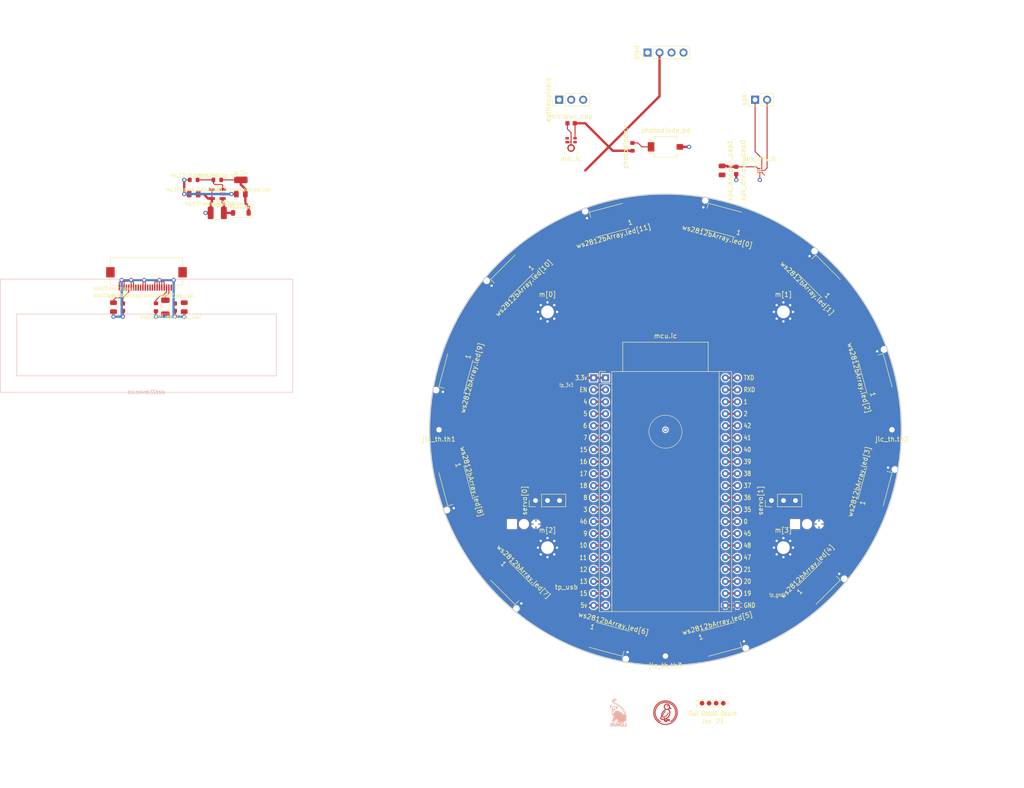
<source format=kicad_pcb>
(kicad_pcb (version 20221018) (generator pcbnew)
  (layers (0 "F.Cu" signal "Front") (31 "B.Cu" signal "Back") (34 "B.Paste" user) (35 "F.Paste" user) (36 "B.SilkS" user "B.Silkscreen") (37 "F.SilkS" user "F.Silkscreen") (38 "B.Mask" user) (39 "F.Mask" user) (44 "Edge.Cuts" user))
  (net 0 "")
  (net 1 "gnd")
  (net 2 "vusb")
  (net 3 "mcu.ic.chip_pu")
  (net 4 "mcu.cam_i2c.sda")
  (net 5 "mcu.cam_i2c.scl")
  (net 6 "spk_drv.i2s.ws")
  (net 7 "spk_drv.i2s.sd")
  (net 8 "mic.clk")
  (net 9 "v3v3")
  (net 10 "mic.data")
  (net 11 "mcu.ws2812")
  (net 12 "mcu.ic.io0")
  (net 13 "servo[0].pwm")
  (net 14 "servo[1].pwm")
  (net 15 "spk_drv.i2s.sck")
  (net 16 "photodiode.out")
  (net 17 "mcu.ic.uart0.rx")
  (net 18 "mcu.ic.uart0.tx")
  (net 19 "spk_drv.out.a")
  (net 20 "spk_drv.out.b")
  (net 21 "ws2812bArray.led[0].dout")
  (net 22 "ws2812bArray.led[1].dout")
  (net 23 "ws2812bArray.led[2].dout")
  (net 24 "ws2812bArray.led[3].dout")
  (net 25 "ws2812bArray.led[4].dout")
  (net 26 "ws2812bArray.dout")
  (net 27 "ws2812bArray.led[5].dout")
  (net 28 "ws2812bArray.led[6].dout")
  (net 29 "ws2812bArray.led[7].dout")
  (net 30 "ws2812bArray.led[8].dout")
  (net 31 "ws2812bArray.led[9].dout")
  (net 32 "ws2812bArray.led[10].dout")
  (net 33 "pwr")
  (net 34 "v12")
  (net 35 "reg_12v.fb.output")
  (net 36 "oled22.iref_res.a")
  (net 37 "oled28.spi.sck")
  (net 38 "oled28.spi.mosi")
  (net 39 "oled28.reset")
  (net 40 "oled28.dc")
  (net 41 "oled28.cs")
  (net 42 "reg_12v.power_path.switch")
  (net 43 "oled22.device.vcomh")
  (footprint "edg:Indicator_IdDots_4" (layer "F.Cu") (at 160 158)
    (fp_text reference "UU6" hide)
    (fp_text value "IdDots4")
  )
  (footprint "LED_SMD:LED_WS2812B_PLCC4_5.0x5.0mm_P3.2mm" (layer "F.Cu") (at 194.433 111.906 75)
    (fp_text reference "ws2812bArray.led[3]")
    (fp_text value "WS2812B (Worldsemi)")
  )
  (footprint "Resistor_SMD:R_0603_1608Metric" (layer "F.Cu") (at 55 47 180)
    (fp_text reference "reg_12v.fb.top_res")
    (fp_text value "")
  )
  (footprint "Resistor_SMD:R_0603_1608Metric" (layer "F.Cu") (at 50 47 180)
    (fp_text reference "reg_12v.fb.bottom_res")
    (fp_text value "")
  )
  (footprint "Inductor_SMD:L_1210_3225Metric" (layer "F.Cu") (at 55 54)
    (fp_text reference "reg_12v.power_path.inductor")
    (fp_text value "")
  )
  (footprint "edg:TestPoint_TE_RCT_0805" (layer "F.Cu") (at 60 47)
    (fp_text reference "tp_12v")
    (fp_text value "5015 (Keystone) - v12")
  )
  (footprint "Capacitor_SMD:C_1206_3216Metric" (layer "F.Cu") (at 44 74 -90)
    (fp_text reference "oled22.vcomh_cap")
    (fp_text value "")
  )
  (footprint "LED_SMD:LED_WS2812B_PLCC4_5.0x5.0mm_P3.2mm" (layer "F.Cu") (at 105.567 88.094 -105)
    (fp_text reference "ws2812bArray.led[9]")
    (fp_text value "WS2812B (Worldsemi)")
  )
  (footprint "Resistor_SMD:R_0603_1608Metric" (layer "F.Cu") (at 143 40 90)
    (fp_text reference "photodiode.r")
    (fp_text value "")
  )
  (footprint "Diode_SMD:D_SOD-123" (layer "F.Cu") (at 60 54 180)
    (fp_text reference "reg_12v.rect")
    (fp_text value "B0520W (Shikues) - 20V 390mV@500mA 500mA SOD-123 Schottky Barrier Diodes (SBD) ROHS")
  )
  (footprint "Connector_PinHeader_2.54mm:PinHeader_1x03_P2.54mm_Vertical" (layer "F.Cu") (at 172.475 115 90)
    (fp_text reference "servo[1]")
    (fp_text value "PinHeader2.54 1x3 (Generic)")
  )
  (footprint "Capacitor_SMD:C_0805_2012Metric" (layer "F.Cu") (at 33 74 -90)
    (fp_text reference "oled22.vdd_cap2")
    (fp_text value "")
  )
  (footprint "LED_SMD:LED_WS2812B_PLCC4_5.0x5.0mm_P3.2mm" (layer "F.Cu") (at 138.094 144.433 -15)
    (fp_text reference "ws2812bArray.led[6]")
    (fp_text value "WS2812B (Worldsemi)")
  )
  (footprint "edg:Symbol_Duckling" (layer "F.Cu") (at 150 160)
    (fp_text reference "UU4" hide)
    (fp_text value "Duck" hide)
  )
  (footprint "OptoDevice:Osram_BPW34S-SMD" (layer "F.Cu") (at 150 40)
    (fp_text reference "photodiode.pd")
    (fp_text value "Device:D_Photo - VBPW34S")
  )
  (footprint "edg:TestPoint_TE_RCT_0805" (layer "F.Cu") (at 171 135)
    (fp_text reference "tp_gnd")
    (fp_text value "5015 (Keystone) - gnd")
  )
  (footprint "Connector_PinHeader_2.54mm:PinHeader_1x03_P2.54mm_Vertical" (layer "F.Cu") (at 122.46 115 90)
    (fp_text reference "servo[0]")
    (fp_text value "PinHeader2.54 1x3 (Generic)")
  )
  (footprint "edg:Freenove_ESP32S3-WROOM_Expansion" (layer "F.Cu") (at 137.3 88.98)
    (fp_text reference "mcu.ic")
    (fp_text value "Freenove ESP32S3-WROOM")
  )
  (footprint "LED_SMD:LED_WS2812B_PLCC4_5.0x5.0mm_P3.2mm" (layer "F.Cu") (at 182.527 67.473 135)
    (fp_text reference "ws2812bArray.led[1]")
    (fp_text value "WS2812B (Worldsemi)")
  )
  (footprint "LED_SMD:LED_WS2812B_PLCC4_5.0x5.0mm_P3.2mm" (layer "F.Cu") (at 161.906 144.433 15)
    (fp_text reference "ws2812bArray.led[5]")
    (fp_text value "WS2812B (Worldsemi)")
  )
  (footprint "Capacitor_SMD:C_0603_1608Metric" (layer "F.Cu") (at 130 35 180)
    (fp_text reference "mic.pwr_cap")
    (fp_text value "")
  )
  (footprint "edg:JlcToolingHole_1.152mm" (layer "F.Cu") (at 198 100)
    (fp_text reference "jlc_th.th2")
    (fp_text value "")
  )
  (footprint "MountingHole:MountingHole_2.7mm_M2.5_Pad_Via" (layer "F.Cu") (at 125 125)
    (fp_text reference "m[2]")
    (fp_text value "M2.5")
  )
  (footprint "edg:JlcToolingHole_1.152mm" (layer "F.Cu") (at 150 148)
    (fp_text reference "jlc_th.th3")
    (fp_text value "")
  )
  (footprint "LED_SMD:LED_WS2812B_PLCC4_5.0x5.0mm_P3.2mm" (layer "F.Cu") (at 182.527 132.527 45)
    (fp_text reference "ws2812bArray.led[4]")
    (fp_text value "WS2812B (Worldsemi)")
  )
  (footprint "LED_SMD:LED_WS2812B_PLCC4_5.0x5.0mm_P3.2mm" (layer "F.Cu") (at 117.473 67.473 -135)
    (fp_text reference "ws2812bArray.led[10]")
    (fp_text value "WS2812B (Worldsemi)")
  )
  (footprint "MountingHole:MountingHole_2.7mm_M2.5_Pad_Via" (layer "F.Cu") (at 125 75)
    (fp_text reference "m[0]")
    (fp_text value "M2.5")
  )
  (footprint "Connector_FFC-FPC:Hirose_FH12-24S-0.5SH_1x24-1MP_P0.50mm_Horizontal" (layer "F.Cu") (at 40 68 180)
    (fp_text reference "oled22.device.conn")
    (fp_text value "AFC07-S24ECA-00 (Jushuo)")
  )
  (footprint "LED_SMD:LED_WS2812B_PLCC4_5.0x5.0mm_P3.2mm" (layer "F.Cu") (at 138.094 55.567 -165)
    (fp_text reference "ws2812bArray.led[11]")
    (fp_text value "WS2812B (Worldsemi)")
  )
  (footprint "Package_TO_SOT_SMD:SOT-23-5" (layer "F.Cu") (at 55 50 180)
    (fp_text reference "reg_12v.ic")
    (fp_text value "AP3012K (Diodes Incorporated)")
  )
  (footprint "LED_SMD:LED_WS2812B_PLCC4_5.0x5.0mm_P3.2mm" (layer "F.Cu") (at 105.567 111.906 -75)
    (fp_text reference "ws2812bArray.led[8]")
    (fp_text value "WS2812B (Worldsemi)")
  )
  (footprint "Capacitor_SMD:C_0805_2012Metric" (layer "F.Cu") (at 50 50 180)
    (fp_text reference "reg_12v.power_path.in_cap")
    (fp_text value "")
  )
  (footprint "Capacitor_SMD:C_0805_2012Metric" (layer "F.Cu") (at 162 45 -90)
    (fp_text reference "spk_drv.pwr_cap1")
    (fp_text value "")
  )
  (footprint "Capacitor_SMD:C_0805_2012Metric" (layer "F.Cu") (at 60 50 180)
    (fp_text reference "reg_12v.power_path.out_cap")
    (fp_text value "")
  )
  (footprint "Capacitor_SMD:C_0603_1608Metric" (layer "F.Cu") (at 165 45 -90)
    (fp_text reference "spk_drv.pwr_cap0")
    (fp_text value "")
  )
  (footprint "LED_SMD:LED_WS2812B_PLCC4_5.0x5.0mm_P3.2mm" (layer "F.Cu") (at 194.433 88.094 105)
    (fp_text reference "ws2812bArray.led[2]")
    (fp_text value "WS2812B (Worldsemi)")
  )
  (footprint "Package_BGA:Maxim_WLP-9_1.595x1.415_Layout3x3_P0.4mm_Ball0.27mm_Pad0.25mm_NSMD" (layer "F.Cu") (at 170 45)
    (fp_text reference "spk_drv.ic")
    (fp_text value "MAX98357AEWL+T (Maxim Integrated)")
  )
  (footprint "Capacitor_SMD:C_0603_1608Metric" (layer "F.Cu") (at 46 74 -90)
    (fp_text reference "oled22.vcc_cap1")
    (fp_text value "")
  )
  (footprint "LED_SMD:LED_WS2812B_PLCC4_5.0x5.0mm_P3.2mm" (layer "F.Cu") (at 117.473 132.527 -45)
    (fp_text reference "ws2812bArray.led[7]")
    (fp_text value "WS2812B (Worldsemi)")
  )
  (footprint "Capacitor_SMD:C_0603_1608Metric" (layer "F.Cu") (at 35 74 -90)
    (fp_text reference "oled22.vdd_cap1")
    (fp_text value "")
  )
  (footprint "MountingHole:MountingHole_2.7mm_M2.5_Pad_Via" (layer "F.Cu") (at 175 125)
    (fp_text reference "m[3]")
    (fp_text value "M2.5")
  )
  (footprint "edg:TestPoint_TE_RCT_0805" (layer "F.Cu") (at 129 89)
    (fp_text reference "tp_3v3")
    (fp_text value "5015 (Keystone) - v3v3")
  )
  (footprint "Connector_PinHeader_2.54mm:PinHeader_1x03_P2.54mm_Vertical" (layer "F.Cu") (at 127.475 30 90)
    (fp_text reference "extNeopixels")
    (fp_text value "PinHeader2.54 1x3 (Generic)")
  )
  (footprint "Connector_PinHeader_2.54mm:PinHeader_1x04_P2.54mm_Vertical" (layer "F.Cu") (at 146.2 20 90)
    (fp_text reference "oled")
    (fp_text value "PinHeader2.54 1x4 (Generic)")
  )
  (footprint "LED_SMD:LED_WS2812B_PLCC4_5.0x5.0mm_P3.2mm" (layer "F.Cu") (at 161.906 55.567 165)
    (fp_text reference "ws2812bArray.led[0]")
    (fp_text value "WS2812B (Worldsemi)")
  )
  (footprint "Capacitor_SMD:C_0805_2012Metric" (layer "F.Cu") (at 48 74 -90)
    (fp_text reference "oled22.vcc_cap2")
    (fp_text value "")
  )
  (footprint "Connector_PinHeader_2.54mm:PinHeader_1x02_P2.54mm_Vertical" (layer "F.Cu") (at 169 30 90)
    (fp_text reference "spk")
    (fp_text value "PinHeader2.54 1x2 (Generic)")
  )
  (footprint "Resistor_SMD:R_0603_1608Metric" (layer "F.Cu") (at 42 74 -90)
    (fp_text reference "oled22.iref_res")
    (fp_text value "")
  )
  (footprint "MountingHole:MountingHole_2.7mm_M2.5_Pad_Via" (layer "F.Cu") (at 175 75)
    (fp_text reference "m[1]")
    (fp_text value "M2.5")
  )
  (footprint "edg:TestPoint_TE_RCT_0805" (layer "F.Cu") (at 129 135)
    (fp_text reference "tp_usb")
    (fp_text value "5015 (Keystone) - vusb")
  )
  (footprint "Sensor_Audio:Knowles_LGA-5_3.5x2.65mm" (layer "F.Cu") (at 130 39.482)
    (fp_text reference "mic.ic")
    (fp_text value "SD18OB261-060 (Goertek)")
  )
  (footprint "edg:JlcToolingHole_1.152mm" (layer "F.Cu") (at 102 100)
    (fp_text reference "jlc_th.th1")
    (fp_text value "")
  )
  (footprint "edg:Lcd_Er_Oled022_1_Outline" (layer "B.Cu") (at 40 82)
    (fp_text reference "oled22.device.lcd")
    (fp_text value "ER-OLED022-1 (EastRising)")
  )
  (footprint "edg:Symbol_LemurSmall" (layer "B.Cu") (at 140 160 180)
    (fp_text reference "UU5" hide)
    (fp_text value "Lemur" hide)
  )
  (gr_circle (center 150 100) (end 200 100) (stroke (width 0.254)) (fill none) (layer "Edge.Cuts"))
  (gr_text "Owl Robot Board\nJun '23" (at 160 161) (layer "F.SilkS") (effects (font (size 1 0.8))))
  (segment (start 137.3 101.68) (end 134.76 101.68) (width 0.5) (layer "F.Cu") (net 0))
  (segment (start 137.3 122) (end 134.76 122) (width 0.5) (layer "F.Cu") (net 0))
  (segment (start 165.24 134.7) (end 162.7 134.7) (width 0.5) (layer "F.Cu") (net 0))
  (segment (start 165.24 122) (end 162.7 122) (width 0.5) (layer "F.Cu") (net 0))
  (segment (start 137.3 111.84) (end 134.76 111.84) (width 0.5) (layer "F.Cu") (net 0))
  (segment (start 137.3 132.16) (end 134.76 132.16) (width 0.5) (layer "F.Cu") (net 0))
  (segment (start 134.76 129.62) (end 137.3 129.62) (width 0.5) (layer "F.Cu") (net 0))
  (segment (start 134.76 124.54) (end 137.3 124.54) (width 0.5) (layer "F.Cu") (net 0))
  (segment (start 165.24 104.22) (end 162.7 104.22) (width 0.5) (layer "F.Cu") (net 0))
  (segment (start 137.3 127.08) (end 134.76 127.08) (width 0.5) (layer "F.Cu") (net 0))
  (segment (start 162.7 114.38) (end 165.24 114.38) (width 0.5) (layer "F.Cu") (net 0))
  (segment (start 134.76 109.3) (end 137.3 109.3) (width 0.5) (layer "F.Cu") (net 0))
  (segment (start 162.7 106.76) (end 165.24 106.76) (width 0.5) (layer "F.Cu") (net 0))
  (segment (start 162.7 109.3) (end 165.24 109.3) (width 0.5) (layer "F.Cu") (net 0))
  (segment (start 162.7 132.16) (end 165.24 132.16) (width 0.5) (layer "F.Cu") (net 0))
  (segment (start 134.76 114.38) (end 137.3 114.38) (width 0.5) (layer "F.Cu") (net 0))
  (segment (start 134.76 119.46) (end 137.3 119.46) (width 0.5) (layer "F.Cu") (net 0))
  (segment (start 165.24 111.84) (end 162.7 111.84) (width 0.5) (layer "F.Cu") (net 0))
  (segment (start 134.76 104.22) (end 137.3 104.22) (width 0.5) (layer "F.Cu") (net 0))
  (segment (start 137.3 106.76) (end 134.76 106.76) (width 0.5) (layer "F.Cu") (net 0))
  (segment (start 134.76 99.14) (end 137.3 99.14) (width 0.5) (layer "F.Cu") (net 0))
  (segment (start 165.24 116.92) (end 162.7 116.92) (width 0.5) (layer "F.Cu") (net 0))
  (via (at 150 100) (size 0.9) (drill 0.5) (layers "F.Cu" "B.Cu") (net 0))
  (segment (start 170 45.4) (end 170 47) (width 0.2) (layer "F.Cu") (net 1))
  (segment (start 41.75 69.85) (end 41.75 68.75) (width 0.2) (layer "F.Cu") (net 1))
  (segment (start 153.05 40) (end 155 40) (width 0.5) (layer "F.Cu") (net 1))
  (segment (start 181.961 64.574) (end 180.547 63.16) (width 0.5) (layer "F.Cu") (net 1))
  (segment (start 34.75 68.5) (end 34.5 68.5) (width 0.2) (layer "F.Cu") (net 1))
  (segment (start 56.1375 50) (end 58 50) (width 0.5) (layer "F.Cu") (net 1))
  (segment (start 185.426 131.961) (end 186.84 130.547) (width 0.5) (layer "F.Cu") (net 1))
  (segment (start 42.25 69.85) (end 42.25 68.5) (width 0.2) (layer "F.Cu") (net 1))
  (segment (start 43.75 69.85) (end 43.75 68.75) (width 0.2) (layer "F.Cu") (net 1))
  (segment (start 33 74.95) (end 33 76) (width 0.5) (layer "F.Cu") (net 1))
  (segment (start 130 39) (end 130 39.648) (width 0.2) (layer "F.Cu") (net 1))
  (segment (start 140.034 146.66) (end 141.966 147.178) (width 0.5) (layer "F.Cu") (net 1))
  (segment (start 35.25 68.5) (end 34.75 68.5) (width 0.2) (layer "F.Cu") (net 1))
  (segment (start 164.699 145.392) (end 166.631 144.875) (width 0.5) (layer "F.Cu") (net 1))
  (segment (start 104.608 114.699) (end 105.125 116.631) (width 0.5) (layer "F.Cu") (net 1))
  (segment (start 114.574 68.039) (end 113.16 69.453) (width 0.5) (layer "F.Cu") (net 1))
  (segment (start 37.25 68.75) (end 37 68.5) (width 0.2) (layer "F.Cu") (net 1))
  (segment (start 42.75 68.5) (end 43.25 68.5) (width 0.2) (layer "F.Cu") (net 1))
  (segment (start 45.75 69.85) (end 45.75 68.25) (width 0.2) (layer "F.Cu") (net 1))
  (segment (start 39.75 68.75) (end 39.5 68.5) (width 0.2) (layer "F.Cu") (net 1))
  (segment (start 196.66 109.966) (end 197.178 108.034) (width 0.5) (layer "F.Cu") (net 1))
  (segment (start 37.25 69.85) (end 37.25 68.75) (width 0.2) (layer "F.Cu") (net 1))
  (segment (start 103.34 90.034) (end 102.822 91.966) (width 0.5) (layer "F.Cu") (net 1))
  (segment (start 34.25 68.75) (end 34.25 69.85) (width 0.2) (layer "F.Cu") (net 1))
  (segment (start 46 74.775) (end 46 76) (width 0.5) (layer "F.Cu") (net 1))
  (segment (start 135.301 54.608) (end 133.369 55.125) (width 0.5) (layer "F.Cu") (net 1))
  (segment (start 39.5 68.5) (end 39.25 68.75) (width 0.2) (layer "F.Cu") (net 1))
  (segment (start 58 50) (end 59.05 50) (width 0.5) (layer "F.Cu") (net 1))
  (segment (start 36.75 69.85) (end 36.75 68.5) (width 0.2) (layer "F.Cu") (net 1))
  (segment (start 35 74.775) (end 35 76) (width 0.5) (layer "F.Cu") (net 1))
  (segment (start 35.25 69.85) (end 35.25 68.5) (width 0.2) (layer "F.Cu") (net 1))
  (segment (start 159.966 53.34) (end 158.034 52.822) (width 0.5) (layer "F.Cu") (net 1))
  (segment (start 39.75 69.85) (end 39.75 68.75) (width 0.2) (layer "F.Cu") (net 1))
  (segment (start 129.225 35) (end 129.225 36.225) (width 0.2) (layer "F.Cu") (net 1))
  (segment (start 49.175 47) (end 48 47) (width 0.2) (layer "F.Cu") (net 1))
  (segment (start 34.75 69.85) (end 34.75 68.5) (width 0.2) (layer "F.Cu") (net 1))
  (segment (start 43.5 68.5) (end 43.25 68.5) (width 0.2) (layer "F.Cu") (net 1))
  (segment (start 36.75 68.5) (end 35.25 68.5) (width 0.2) (layer "F.Cu") (net 1))
  (segment (start 42.25 68.5) (end 42.75 68.5) (width 0.2) (layer "F.Cu") (net 1))
  (segment (start 165 45.775) (end 165 47) (width 0.5) (layer "F.Cu") (net 1))
  (segment (start 130 39) (end 129.1625 39) (width 0.2) (layer "F.Cu") (net 1))
  (segment (start 39.5 68.5) (end 39.5 68.25) (width 0.2) (layer "F.Cu") (net 1))
  (segment (start 118.039 135.426) (end 119.453 136.84) (width 0.5) (layer "F.Cu") (net 1))
  (segment (start 37 68.5) (end 36.75 68.5) (width 0.2) (layer "F.Cu") (net 1))
  (segment (start 41.75 68.75) (end 42 68.5) (width 0.2) (layer "F.Cu") (net 1))
  (segment (start 129.225 36.225) (end 130 37) (width 0.2) (layer "F.Cu") (net 1))
  (segment (start 42 68.5) (end 42.25 68.5) (width 0.2) (layer "F.Cu") (net 1))
  (segment (start 195.392 85.301) (end 194.875 83.369) (width 0.5) (layer "F.Cu") (net 1))
  (segment (start 162.7 137.24) (end 165.24 137.24) (width 0.5) (layer "F.Cu") (net 1))
  (segment (start 48 50) (end 48 47) (width 0.5) (layer "F.Cu") (net 1))
  (segment (start 167.76 137.24) (end 170 135) (width 0.5) (layer "F.Cu") (net 1))
  (segment (start 34.5 68.5) (end 34.25 68.75) (width 0.2) (layer "F.Cu") (net 1))
  (segment (start 49.05 50) (end 48 50) (width 0.5) (layer "F.Cu") (net 1))
  (segment (start 43.75 68.75) (end 43.5 68.5) (width 0.2) (layer "F.Cu") (net 1))
  (segment (start 36.75 68.5) (end 36.75 68.25) (width 0.2) (layer "F.Cu") (net 1))
  (segment (start 165.24 137.24) (end 167.76 137.24) (width 0.5) (layer "F.Cu") (net 1))
  (segment (start 48 74.95) (end 48 76) (width 0.5) (layer "F.Cu") (net 1))
  (segment (start 42 74.825) (end 42 76) (width 0.5) (layer "F.Cu") (net 1))
  (segment (start 130 37) (end 130 39) (width 0.2) (layer "F.Cu") (net 1))
  (segment (start 42.75 69.85) (end 42.75 68.5) (width 0.2) (layer "F.Cu") (net 1))
  (segment (start 42.75 68.5) (end 42.75 68.25) (width 0.2) (layer "F.Cu") (net 1))
  (segment (start 170 135) (end 171 135) (width 0.5) (layer "F.Cu") (net 1))
  (segment (start 39.25 68.75) (end 39.25 69.85) (width 0.2) (layer "F.Cu") (net 1))
  (segment (start 43.25 69.85) (end 43.25 68.5) (width 0.2) (layer "F.Cu") (net 1))
  (segment (start 34.75 68.5) (end 34.75 68.25) (width 0.2) (layer "F.Cu") (net 1))
  (via (at 45.75 68.25) (size 0.9) (drill 0.5) (layers "F.Cu" "B.Cu") (net 1))
  (via (at 48 76) (size 0.9) (drill 0.5) (layers "F.Cu" "B.Cu") (net 1))
  (via (at 194.875 83.369) (size 0.9) (drill 0.5) (layers "F.Cu" "B.Cu") (net 1))
  (via (at 119.453 136.84) (size 0.9) (drill 0.5) (layers "F.Cu" "B.Cu") (net 1))
  (via (at 102.822 91.966) (size 0.9) (drill 0.5) (layers "F.Cu" "B.Cu") (net 1))
  (via (at 58 50) (size 0.9) (drill 0.5) (layers "F.Cu" "B.Cu") (net 1))
  (via (at 35 76) (size 0.9) (drill 0.5) (layers "F.Cu" "B.Cu") (net 1))
  (via (at 36.75 68.25) (size 0.9) (drill 0.5) (layers "F.Cu" "B.Cu") (net 1))
  (via (at 42.75 68.25) (size 0.9) (drill 0.5) (layers "F.Cu" "B.Cu") (net 1))
  (via (at 113.16 69.453) (size 0.9) (drill 0.5) (layers "F.Cu" "B.Cu") (net 1))
  (via (at 186.84 130.547) (size 0.9) (drill 0.5) (layers "F.Cu" "B.Cu") (net 1))
  (via (at 141.966 147.178) (size 0.9) (drill 0.5) (layers "F.Cu" "B.Cu") (net 1))
  (via (at 48 50) (size 0.9) (drill 0.5) (layers "F.Cu" "B.Cu") (net 1))
  (via (at 42 76) (size 0.9) (drill 0.5) (layers "F.Cu" "B.Cu") (net 1))
  (via (at 46 76) (size 0.9) (drill 0.5) (layers "F.Cu" "B.Cu") (net 1))
  (via (at 34.75 68.25) (size 0.9) (drill 0.5) (layers "F.Cu" "B.Cu") (net 1))
  (via (at 158.034 52.822) (size 0.9) (drill 0.5) (layers "F.Cu" "B.Cu") (net 1))
  (via (at 166.631 144.875) (size 0.9) (drill 0.5) (layers "F.Cu" "B.Cu") (net 1))
  (via (at 39.5 68.25) (size 0.9) (drill 0.5) (layers "F.Cu" "B.Cu") (net 1))
  (via (at 170 47) (size 0.9) (drill 0.5) (layers "F.Cu" "B.Cu") (net 1))
  (via (at 165 47) (size 0.9) (drill 0.5) (layers "F.Cu" "B.Cu") (net 1))
  (via (at 197.178 108.034) (size 0.9) (drill 0.5) (layers "F.Cu" "B.Cu") (net 1))
  (via (at 105.125 116.631) (size 0.9) (drill 0.5) (layers "F.Cu" "B.Cu") (net 1))
  (via (at 48 47) (size 0.9) (drill 0.5) (layers "F.Cu" "B.Cu") (net 1))
  (via (at 180.547 63.16) (size 0.9) (drill 0.5) (layers "F.Cu" "B.Cu") (net 1))
  (via (at 133.369 55.125) (size 0.9) (drill 0.5) (layers "F.Cu" "B.Cu") (net 1))
  (via (at 155 40) (size 0.9) (drill 0.5) (layers "F.Cu" "B.Cu") (net 1))
  (via (at 33 76) (size 0.9) (drill 0.5) (layers "F.Cu" "B.Cu") (net 1))
  (segment (start 34.75 68.25) (end 36.75 68.25) (width 0.5) (layer "B.Cu") (net 1))
  (segment (start 48 50) (end 58 50) (width 0.5) (layer "B.Cu") (net 1))
  (segment (start 36.75 68.25) (end 39.5 68.25) (width 0.5) (layer "B.Cu") (net 1))
  (segment (start 45.75 75.75) (end 46 76) (width 0.5) (layer "B.Cu") (net 1))
  (segment (start 33 76) (end 35 76) (width 0.5) (layer "B.Cu") (net 1))
  (segment (start 42 76) (end 46 76) (width 0.5) (layer "B.Cu") (net 1))
  (segment (start 35 76) (end 34.75 75.75) (width 0.5) (layer "B.Cu") (net 1))
  (segment (start 39.5 68.25) (end 42.75 68.25) (width 0.5) (layer "B.Cu") (net 1))
  (segment (start 34.75 75.75) (end 34.75 68.25) (width 0.5) (layer "B.Cu") (net 1))
  (segment (start 42.75 68.25) (end 45.75 68.25) (width 0.5) (layer "B.Cu") (net 1))
  (segment (start 46 76) (end 48 76) (width 0.5) (layer "B.Cu") (net 1))
  (segment (start 45.75 68.25) (end 45.75 75.75) (width 0.5) (layer "B.Cu") (net 1))
  (segment (start 156.567 143.033) (end 156.182 143.11) (width 0.5) (layer "F.Cu") (net 2))
  (segment (start 140.925 142.364) (end 140.459 142.254) (width 0.5) (layer "F.Cu") (net 2))
  (segment (start 109.047 85.432) (end 109.132 85.155) (width 0.5) (layer "F.Cu") (net 2))
  (segment (start 173.093 62.74) (end 173.467 63) (width 0.5) (layer "F.Cu") (net 2))
  (segment (start 192.298 90.385) (end 192.36 90.608) (width 0.5) (layer "F.Cu") (net 2))
  (segment (start 108.668 86.765) (end 108.708 86.614) (width 0.5) (layer "F.Cu") (net 2))
  (segment (start 175.2 135.668) (end 174.821 135.965) (width 0.5) (layer "F.Cu") (net 2))
  (segment (start 178.856 132.449) (end 178.777 132.527) (width 0.5) (layer "F.Cu") (net 2))
  (segment (start 189.988 82.796) (end 190.152 83.282) (width 0.5) (layer "F.Cu") (net 2))
  (segment (start 106.413 96.843) (end 106.493 96.374) (width 0.5) (layer "F.Cu") (net 2))
  (segment (start 118.58 129.872) (end 118.366 129.663) (width 0.5) (layer "F.Cu") (net 2))
  (segment (start 128.027 62.059) (end 128.446 61.814) (width 0.5) (layer "F.Cu") (net 2))
  (segment (start 112.864 123.221) (end 112.586 122.808) (width 0.5) (layer "F.Cu") (net 2))
  (segment (start 163.323 141.226) (end 162.865 141.364) (width 0.5) (layer "F.Cu") (net 2))
  (segment (start 117.173 71.682) (end 117.514 71.316) (width 0.5) (layer "F.Cu") (net 2))
  (segment (start 180.652 69.383) (end 180.927 69.649) (width 0.5) (layer "F.Cu") (net 2))
  (segment (start 188.89 120.098) (end 188.678 120.55) (width 0.5) (layer "F.Cu") (net 2))
  (segment (start 178.904 132.402) (end 178.856 132.449) (width 0.5) (layer "F.Cu") (net 2))
  (segment (start 164.845 59.132) (end 165.149 59.227) (width 0.5) (layer "F.Cu") (net 2))
  (segment (start 127.609 62.317) (end 128.027 62.059) (width 0.5) (layer "F.Cu") (net 2))
  (segment (start 120.128 68.58) (end 120.337 68.366) (width 0.5) (layer "F.Cu") (net 2))
  (segment (start 179.726 68.496) (end 180.05 68.804) (width 0.5) (layer "F.Cu") (net 2))
  (segment (start 108.561 87.178) (end 108.619 86.953) (width 0.5) (layer "F.Cu") (net 2))
  (segment (start 136.677 58.774) (end 137.135 58.636) (width 0.5) (layer "F.Cu") (net 2))
  (segment (start 134.171 140.551) (end 133.799 140.425) (width 0.5) (layer "F.Cu") (net 2))
  (segment (start 133.282 59.848) (end 133.772 59.686) (width 0.5) (layer "F.Cu") (net 2))
  (segment (start 166.718 140.152) (end 166.228 140.314) (width 0.5) (layer "F.Cu") (net 2))
  (segment (start 126.179 136.735) (end 125.831 136.459) (width 0.5) (layer "F.Cu") (net 2))
  (segment (start 136.953 141.381) (end 136.765 141.332) (width 0.5) (layer "F.Cu") (net 2))
  (segment (start 115.757 126.909) (end 115.486 126.597) (width 0.5) (layer "F.Cu") (net 2))
  (segment (start 119.649 69.073) (end 119.898 68.816) (width 0.5) (layer "F.Cu") (net 2))
  (segment (start 192.53 91.235) (end 192.557 91.342) (width 0.5) (layer "F.Cu") (net 2))
  (segment (start 110.674 119.059) (end 110.508 118.613) (width 0.5) (layer "F.Cu") (net 2))
  (segment (start 135.894 141.091) (end 135.679 141.028) (width 0.5) (layer "F.Cu") (net 2))
  (segment (start 114.332 125.2) (end 114.035 124.821) (width 0.5) (layer "F.Cu") (net 2))
  (segment (start 114.035 124.821) (end 113.737 124.432) (width 0.5) (layer "F.Cu") (net 2))
  (segment (start 119.641 130.899) (end 119.348 130.617) (width 0.5) (layer "F.Cu") (net 2))
  (segment (start 107.959 89.574) (end 108.061 89.158) (width 0.5) (layer "F.Cu") (net 2))
  (segment (start 137.58 58.505) (end 138.009 58.379) (width 0.5) (layer "F.Cu") (net 2))
  (segment (start 112 78.128) (end 112.241 77.707) (width 0.5) (layer "F.Cu") (net 2))
  (segment (start 114.628 125.569) (end 114.332 125.2) (width 0.5) (layer "F.Cu") (net 2))
  (segment (start 192.254 109.541) (end 192.146 109.992) (width 0.5) (layer "F.Cu") (net 2))
  (segment (start 169.059 139.326) (end 168.613 139.492) (width 0.5) (layer "F.Cu") (net 2))
  (segment (start 156.93 142.957) (end 156.567 143.033) (width 0.5) (layer "F.Cu") (net 2))
  (segment (start 191.185 113.78) (end 191.144 113.925) (width 0.5) (layer "F.Cu") (net 2))
  (segment (start 153.513 143.558) (end 153.027 143.621) (width 0.5) (layer "F.Cu") (net 2))
  (segment (start 121.062 67.631) (end 121.079 67.615) (width 0.5) (layer "F.Cu") (net 2))
  (segment (start 127.707 137.759) (end 127.299 137.513) (width 0.5) (layer "F.Cu") (net 2))
  (segment (start 191.939 110.842) (end 191.841 111.236) (width 0.5) (layer "F.Cu") (net 2))
  (segment (start 112.586 122.808) (end 112.317 122.391) (width 0.5) (layer "F.Cu") (net 2))
  (segment (start 107.588 109.204) (end 107.547 109.054) (width 0.5) (layer "F.Cu") (net 2))
  (segment (start 167.204 139.988) (end 166.718 140.152) (width 0.5) (layer "F.Cu") (net 2))
  (segment (start 166.201 59.575) (end 166.591 59.71) (width 0.5) (layer "F.Cu") (net 2))
  (segment (start 136.391 141.233) (end 136.326 141.215) (width 0.5) (layer "F.Cu") (net 2))
  (segment (start 186.263 75.568) (end 186.558 75.965) (width 0.5) (layer "F.Cu") (net 2))
  (segment (start 163.925 58.856) (end 164.106 58.909) (width 0.5) (layer "F.Cu") (net 2))
  (segment (start 120.823 67.872) (end 120.933 67.762) (width 0.5) (layer "F.Cu") (net 2))
  (segment (start 193.266 94.647) (end 193.343 95.088) (width 0.5) (layer "F.Cu") (net 2))
  (segment (start 174.894 64.135) (end 175.268 64.45) (width 0.5) (layer "F.Cu") (net 2))
  (segment (start 164.27 140.937) (end 163.792 141.084) (width 0.5) (layer "F.Cu") (net 2))
  (segment (start 108.972 85.679) (end 109.047 85.432) (width 0.5) (layer "F.Cu") (net 2))
  (segment (start 113.831 75.472) (end 114.135 75.106) (width 0.5) (layer "F.Cu") (net 2))
  (segment (start 137.726 141.58) (end 137.436 141.506) (width 0.5) (layer "F.Cu") (net 2))
  (segment (start 179.872 131.42) (end 179.663 131.634) (width 0.5) (layer "F.Cu") (net 2))
  (segment (start 137.436 141.506) (end 137.178 141.439) (width 0.5) (layer "F.Cu") (net 2))
  (segment (start 109.848 116.718) (end 109.686 116.228) (width 0.5) (layer "F.Cu") (net 2))
  (segment (start 133.799 140.425) (end 133.409 140.29) (width 0.5) (layer "F.Cu") (net 2))
  (segment (start 188.233 121.439) (end 188 121.872) (width 0.5) (layer "F.Cu") (net 2))
  (segment (start 140.385 57.702) (end 140.608 57.64) (width 0.5) (layer "F.Cu") (net 2))
  (segment (start 110.008 82.583) (end 110.17 82.151) (width 0.5) (layer "F.Cu") (net 2))
  (segment (start 144.403 143.132) (end 143.897 143.027) (width 0.5) (layer "F.Cu") (net 2))
  (segment (start 121.682 132.827) (end 121.316 132.486) (width 0.5) (layer "F.Cu") (net 2))
  (segment (start 180.927 69.649) (end 181.184 69.898) (width 0.5) (layer "F.Cu") (net 2))
  (segment (start 106.527 109.112) (end 107.493 108.853) (width 0.5) (layer "F.Cu") (net 2))
  (segment (start 192.513 91.169) (end 192.53 91.235) (width 0.5) (layer "F.Cu") (net 2))
  (segment (start 125.965 63.442) (end 126.369 63.15) (width 0.5) (layer "F.Cu") (net 2))
  (segment (start 134.76 137.24) (end 132.24 137.24) (width 0.5) (layer "F.Cu") (net 2))
  (segment (start 119.101 69.641) (end 119.383 69.348) (width 0.5) (layer "F.Cu") (net 2))
  (segment (start 193.132 105.597) (end 193.027 106.103) (width 0.5) (layer "F.Cu") (net 2))
  (segment (start 133.409 140.29) (end 133.003 140.146) (width 0.5) (layer "F.Cu") (net 2))
  (segment (start 191.621 88.009) (end 191.741 88.42) (width 0.5) (layer "F.Cu") (net 2))
  (segment (start 117.238 128.533) (end 117.083 128.37) (width 0.5) (layer "F.Cu") (net 2))
  (segment (start 106.153 99.573) (end 106.163 99.097) (width 0.5) (layer "F.Cu") (net 2))
  (segment (start 176.029 65.107) (end 176.414 65.445) (width 0.5) (layer "F.Cu") (net 2))
  (segment (start 167.849 60.17) (end 168.289 60.342) (width 0.5) (layer "F.Cu") (net 2))
  (segment (start 185.865 124.894) (end 185.55 125.268) (width 0.5) (layer "F.Cu") (net 2))
  (segment (start 113.442 124.035) (end 113.15 123.631) (width 0.5) (layer "F.Cu") (net 2))
  (segment (start 116.71 127.97) (end 116.495 127.736) (width 0.5) (layer "F.Cu") (net 2))
  (segment (start 132.583 139.992) (end 132.151 139.83) (width 0.5) (layer "F.Cu") (net 2))
  (segment (start 145.893 143.421) (end 145.402 143.33) (width 0.5) (layer "F.Cu") (net 2))
  (segment (start 160.16 142.146) (end 159.872 142.227) (width 0.5) (layer "F.Cu") (net 2))
  (segment (start 184.893 126.029) (end 184.555 126.414) (width 0.5) (layer "F.Cu") (net 2))
  (segment (start 170.55 61.322) (end 170.998 61.541) (width 0.5) (layer "F.Cu") (net 2))
  (segment (start 162.42 141.495) (end 161.991 141.621) (width 0.5) (layer "F.Cu") (net 2))
  (segment (start 108.159 88.764) (end 108.252 88.392) (width 0.5) (layer "F.Cu") (net 2))
  (segment (start 130.941 60.674) (end 131.387 60.508) (width 0.5) (layer "F.Cu") (net 2))
  (segment (start 142.886 142.81) (end 142.385 142.699) (width 0.5) (layer "F.Cu") (net 2))
  (segment (start 138.009 58.379) (end 138.42 58.259) (width 0.5) (layer "F.Cu") (net 2))
  (segment (start 136.414 141.239) (end 136.391 141.233) (width 0.5) (layer "F.Cu") (net 2))
  (segment (start 132.24 137.24) (end 130 135) (width 0.5) (layer "F.Cu") (net 2))
  (segment (start 180.359 69.101) (end 180.652 69.383) (width 0.5) (layer "F.Cu") (net 2))
  (segment (start 191.233 113.609) (end 191.215 113.674) (width 0.5) (layer "F.Cu") (net 2))
  (segment (start 176.597 134.514) (end 176.269 134.793) (width 0.5) (layer "F.Cu") (net 2))
  (segment (start 158.329 142.639) (end 158.111 142.692) (width 0.5) (layer "F.Cu") (net 2))
  (segment (start 191.959 89.179) (end 192.057 89.523) (width 0.5) (layer "F.Cu") (net 2))
  (segment (start 184.243 73.091) (end 184.514 73.403) (width 0.5) (layer "F.Cu") (net 2))
  (segment (start 134.264 59.526) (end 134.755 59.368) (width 0.5) (layer "F.Cu") (net 2))
  (segment (start 110.522 81.264) (end 110.71 80.811) (width 0.5) (layer "F.Cu") (net 2))
  (segment (start 189.29 119.189) (end 189.094 119.643) (width 0.5) (layer "F.Cu") (net 2))
  (segment (start 192.146 109.992) (end 192.041 110.426) (width 0.5) (layer "F.Cu") (net 2))
  (segment (start 186.459 124.169) (end 186.169 124.528) (width 0.5) (layer "F.Cu") (net 2))
  (segment (start 185.372 74.431) (end 185.668 74.8) (width 0.5) (layer "F.Cu") (net 2))
  (segment (start 106.163 99.097) (end 106.186 98.631) (width 0.5) (layer "F.Cu") (net 2))
  (segment (start 168.154 139.658) (end 167.683 139.823) (width 0.5) (layer "F.Cu") (net 2))
  (segment (start 187.759 122.293) (end 187.513 122.701) (width 0.5) (layer "F.Cu") (net 2))
  (segment (start 106.812 105.777) (end 106.734 105.353) (width 0.5) (layer "F.Cu") (net 2))
  (segment (start 113.15 123.631) (end 112.864 123.221) (width 0.5) (layer "F.Cu") (net 2))
  (segment (start 160.821 141.959) (end 160.477 142.057) (width 0.5) (layer "F.Cu") (net 2))
  (segment (start 190.146 116.997) (end 189.992 117.417) (width 0.5) (layer "F.Cu") (net 2))
  (segment (start 122.03 66.71) (end 122.264 66.495) (width 0.5) (layer "F.Cu") (net 2))
  (segment (start 169.49 139.161) (end 169.059 139.326) (width 0.5) (layer "F.Cu") (net 2))
  (segment (start 117.872 129.177) (end 117.762 129.067) (width 0.5) (layer "F.Cu") (net 2))
  (segment (start 170.721 138.629) (end 170.31 138.823) (width 0.5) (layer "F.Cu") (net 2))
  (segment (start 193.847 100.427) (end 193.837 100.903) (width 0.5) (layer "F.Cu") (net 2))
  (segment (start 192.692 91.889) (end 192.751 92.14) (width 0.5) (layer "F.Cu") (net 2))
  (segment (start 108.42 87.726) (end 108.494 87.436) (width 0.5) (layer "F.Cu") (net 2))
  (segment (start 125.179 64.035) (end 125.568 63.737) (width 0.5) (layer "F.Cu") (net 2))
  (segment (start 108.636 112.865) (end 108.505 112.42) (width 0.5) (layer "F.Cu") (net 2))
  (segment (start 179.663 131.634) (end 179.476 131.824) (width 0.5) (layer "F.Cu") (net 2))
  (segment (start 127.299 137.513) (end 126.907 137.26) (width 0.5) (layer "F.Cu") (net 2))
  (segment (start 128.863 61.584) (end 129.279 61.371) (width 0.5) (layer "F.Cu") (net 2))
  (segment (start 140.796 57.588) (end 140.946 57.547) (width 0.5) (layer "F.Cu") (net 2))
  (segment (start 120.958 132.151) (end 120.61 131.823) (width 0.5) (layer "F.Cu") (net 2))
  (segment (start 189.094 119.643) (end 188.89 120.098) (width 0.5) (layer "F.Cu") (net 2))
  (segment (start 130.357 139.094) (end 129.902 138.89) (width 0.5) (layer "F.Cu") (net 2))
  (segment (start 118.011 129.313) (end 117.872 129.177) (width 0.5) (layer "F.Cu") (net 2))
  (segment (start 110.342 118.154) (end 110.177 117.683) (width 0.5) (layer "F.Cu") (net 2))
  (segment (start 179.628 133.093) (end 178.921 132.385) (width 0.5) (layer "F.Cu") (net 2))
  (segment (start 107.043 106.93) (end 106.967 106.567) (width 0.5) (layer "F.Cu") (net 2))
  (segment (start 111.177 120.31) (end 111.003 119.903) (width 0.5) (layer "F.Cu") (net 2))
  (segment (start 193.233 105.095) (end 193.132 105.597) (width 0.5) (layer "F.Cu") (net 2))
  (segment (start 184.793 73.731) (end 185.08 74.074) (width 0.5) (layer "F.Cu") (net 2))
  (segment (start 178.938 132.369) (end 178.921 132.385) (width 0.5) (layer "F.Cu") (net 2))
  (segment (start 193.621 96.973) (end 193.678 97.464) (width 0.5) (layer "F.Cu") (net 2))
  (segment (start 193.473 90.888) (end 192.507 91.147) (width 0.5) (layer "F.Cu") (net 2))
  (segment (start 178.533 132.762) (end 178.37 132.917) (width 0.5) (layer "F.Cu") (net 2))
  (segment (start 192.227 90.128) (end 192.298 90.385) (width 0.5) (layer "F.Cu") (net 2))
  (segment (start 144.905 143.233) (end 144.403 143.132) (width 0.5) (layer "F.Cu") (net 2))
  (segment (start 154.457 143.418) (end 153.99 143.49) (width 0.5) (layer "F.Cu") (net 2))
  (segment (start 149.097 143.837) (end 148.631 143.814) (width 0.5) (layer "F.Cu") (net 2))
  (segment (start 192.364 109.075) (end 192.254 109.541) (width 0.5) (layer "F.Cu") (net 2))
  (segment (start 108.379 111.991) (end 108.259 111.58) (width 0.5) (layer "F.Cu") (net 2))
  (segment (start 168.613 139.492) (end 168.154 139.658) (width 0.5) (layer "F.Cu") (net 2))
  (segment (start 161.19 141.854) (end 160.821 141.959) (width 0.5) (layer "F.Cu") (net 2))
  (segment (start 191.364 87.135) (end 191.495 87.58) (width 0.5) (layer "F.Cu") (net 2))
  (segment (start 121.331 67.369) (end 121.467 67.238) (width 0.5) (layer "F.Cu") (net 2))
  (segment (start 193.49 96.01) (end 193.558 96.487) (width 0.5) (layer "F.Cu") (net 2))
  (segment (start 192.412 90.796) (end 192.453 90.946) (width 0.5) (layer "F.Cu") (net 2))
  (segment (start 190.551 115.829) (end 190.425 116.201) (width 0.5) (layer "F.Cu") (net 2))
  (segment (start 184.211 126.799) (end 183.865 127.184) (width 0.5) (layer "F.Cu") (net 2))
  (segment (start 107.773 109.872) (end 107.702 109.615) (width 0.5) (layer "F.Cu") (net 2))
  (segment (start 115.486 126.597) (end 115.207 126.269) (width 0.5) (layer "F.Cu") (net 2))
  (segment (start 137.178 141.439) (end 136.953 141.381) (width 0.5) (layer "F.Cu") (net 2))
  (segment (start 190.474 84.264) (end 190.632 84.755) (width 0.5) (layer "F.Cu") (net 2))
  (segment (start 182.319 71.013) (end 182.369 71.062) (width 0.5) (layer "F.Cu") (net 2))
  (segment (start 145.402 143.33) (end 144.905 143.233) (width 0.5) (layer "F.Cu") (net 2))
  (segment (start 106.156 100.058) (end 106.153 99.573) (width 0.5) (layer "F.Cu") (net 2))
  (segment (start 159.204 142.412) (end 159.054 142.453) (width 0.5) (layer "F.Cu") (net 2))
  (segment (start 187.26 123.093) (end 187 123.467) (width 0.5) (layer "F.Cu") (net 2))
  (segment (start 172.701 62.487) (end 173.093 62.74) (width 0.5) (layer "F.Cu") (net 2))
  (segment (start 188.997 80.097) (end 189.161 80.51) (width 0.5) (layer "F.Cu") (net 2))
  (segment (start 106.89 106.182) (end 106.812 105.777) (width 0.5) (layer "F.Cu") (net 2))
  (segment (start 188.823 79.69) (end 188.997 80.097) (width 0.5) (layer "F.Cu") (net 2))
  (segment (start 117.631 128.938) (end 117.615 128.921) (width 0.5) (layer "F.Cu") (net 2))
  (segment (start 107.943 110.477) (end 107.854 110.16) (width 0.5) (layer "F.Cu") (net 2))
  (segment (start 111.371 120.721) (end 111.177 120.31) (width 0.5) (layer "F.Cu") (net 2))
  (segment (start 110.71 80.811) (end 110.906 80.357) (width 0.5) (layer "F.Cu") (net 2))
  (segment (start 172.391 137.683) (end 171.973 137.941) (width 0.5) (layer "F.Cu") (net 2))
  (segment (start 110.342 81.711) (end 110.522 81.264) (width 0.5) (layer "F.Cu") (net 2))
  (segment (start 114.774 74.354) (end 115.107 73.971) (width 0.5) (layer "F.Cu") (net 2))
  (segment (start 191.58 112.274) (end 191.506 112.564) (width 0.5) (layer "F.Cu") (net 2))
  (segment (start 116.263 127.48) (end 116.016 127.204) (width 0.5) (layer "F.Cu") (net 2))
  (segment (start 183.984 72.796) (end 184.243 73.091) (width 0.5) (layer "F.Cu") (net 2))
  (segment (start 182.762 71.467) (end 182.917 71.63) (width 0.5) (layer "F.Cu") (net 2))
  (segment (start 108.041 110.821) (end 107.943 110.477) (width 0.5) (layer "F.Cu") (net 2))
  (segment (start 108.755 86.437) (end 108.761 86.414) (width 0.5) (layer "F.Cu") (net 2))
  (segment (start 121.818 66.907) (end 122.03 66.71) (width 0.5) (layer "F.Cu") (net 2))
  (segment (start 107.308 108.111) (end 107.249 107.86) (width 0.5) (layer "F.Cu") (net 2))
  (segment (start 164.106 58.909) (end 164.321 58.972) (width 0.5) (layer "F.Cu") (net 2))
  (segment (start 179.476 131.824) (end 179.313 131.989) (width 0.5) (layer "F.Cu") (net 2))
  (segment (start 125.831 136.459) (end 125.472 136.169) (width 0.5) (layer "F.Cu") (net 2))
  (segment (start 110.906 80.357) (end 111.11 79.902) (width 0.5) (layer "F.Cu") (net 2))
  (segment (start 115.445 73.586) (end 115.789 73.201) (width 0.5) (layer "F.Cu") (net 2))
  (segment (start 193.659 102.702) (end 193.587 103.157) (width 0.5) (layer "F.Cu") (net 2))
  (segment (start 187.414 77.192) (end 187.683 77.609) (width 0.5) (layer "F.Cu") (net 2))
  (segment (start 107.854 110.16) (end 107.773 109.872) (width 0.5) (layer "F.Cu") (net 2))
  (segment (start 153.027 143.621) (end 152.536 143.678) (width 0.5) (layer "F.Cu") (net 2))
  (segment (start 158.765 142.53) (end 158.658 142.557) (width 0.5) (layer "F.Cu") (net 2))
  (segment (start 178.987 132.319) (end 178.938 132.369) (width 0.5) (layer "F.Cu") (net 2))
  (segment (start 107.746 90.459) (end 107.854 90.008) (width 0.5) (layer "F.Cu") (net 2))
  (segment (start 192.557 91.342) (end 192.594 91.488) (width 0.5) (layer "F.Cu") (net 2))
  (segment (start 191.215 113.674) (end 191.185 113.78) (width 0.5) (layer "F.Cu") (net 2))
  (segment (start 178.684 67.514) (end 179.042 67.849) (width 0.5) (layer "F.Cu") (net 2))
  (segment (start 192.057 89.523) (end 192.146 89.84) (width 0.5) (layer "F.Cu") (net 2))
  (segment (start 116.495 127.736) (end 116.263 127.48) (width 0.5) (layer "F.Cu") (net 2))
  (segment (start 189.326 80.941) (end 189.492 81.387) (width 0.5) (layer "F.Cu") (net 2))
  (segment (start 190.667 115.477) (end 190.551 115.829) (width 0.5) (layer "F.Cu") (net 2))
  (segment (start 133.772 59.686) (end 134.264 59.526) (width 0.5) (layer "F.Cu") (net 2))
  (segment (start 133.003 140.146) (end 132.583 139.992) (width 0.5) (layer "F.Cu") (net 2))
  (segment (start 109.526 115.736) (end 109.368 115.245) (width 0.5) (layer "F.Cu") (net 2))
  (segment (start 123.091 65.757) (end 123.403 65.486) (width 0.5) (layer "F.Cu") (net 2))
  (segment (start 163.609 58.767) (end 163.674 58.785) (width 0.5) (layer "F.Cu") (net 2))
  (segment (start 178.669 132.631) (end 178.533 132.762) (width 0.5) (layer "F.Cu") (net 2))
  (segment (start 110.17 82.151) (end 110.342 81.711) (width 0.5) (layer "F.Cu") (net 2))
  (segment (start 115.207 126.269) (end 114.92 125.926) (width 0.5) (layer "F.Cu") (net 2))
  (segment (start 182.369 71.062) (end 182.385 71.079) (width 0.5) (layer "F.Cu") (net 2))
  (segment (start 107.443 108.658) (end 107.406 108.512) (width 0.5) (layer "F.Cu") (net 2))
  (segment (start 126.779 62.864) (end 127.192 62.586) (width 0.5) (layer "F.Cu") (net 2))
  (segment (start 106.493 96.374) (end 106.579 95.893) (width 0.5) (layer "F.Cu") (net 2))
  (segment (start 185.226 125.646) (end 184.893 126.029) (width 0.5) (layer "F.Cu") (net 2))
  (segment (start 181.196 130.05) (end 180.899 130.359) (width 0.5) (layer "F.Cu") (net 2))
  (segment (start 119.348 130.617) (end 119.073 130.351) (width 0.5) (layer "F.Cu") (net 2))
  (segment (start 193.837 100.903) (end 193.814 101.369) (width 0.5) (layer "F.Cu") (net 2))
  (segment (start 161.991 141.621) (end 161.58 141.741) (width 0.5) (layer "F.Cu") (net 2))
  (segment (start 136.437 141.245) (end 136.414 141.239) (width 0.5) (layer "F.Cu") (net 2))
  (segment (start 115.789 73.201) (end 116.135 72.816) (width 0.5) (layer "F.Cu") (net 2))
  (segment (start 147.298 143.659) (end 146.843 143.587) (width 0.5) (layer "F.Cu") (net 2))
  (segment (start 125.568 63.737) (end 125.965 63.442) (width 0.5) (layer "F.Cu") (net 2))
  (segment (start 185.965 75.179) (end 186.263 75.568) (width 0.5) (layer "F.Cu") (net 2))
  (segment (start 163.586 58.761) (end 163.609 58.767) (width 0.5) (layer "F.Cu") (net 2))
  (segment (start 108.785 86.326) (end 108.815 86.22) (width 0.5) (layer "F.Cu") (net 2))
  (segment (start 111.003 119.903) (end 110.839 119.49) (width 0.5) (layer "F.Cu") (net 2))
  (segment (start 109.449 84.171) (end 109.575 83.799) (width 0.5) (layer "F.Cu") (net 2))
  (segment (start 188.186 78.446) (end 188.416 78.863) (width 0.5) (layer "F.Cu") (net 2))
  (segment (start 190.314 83.772) (end 190.474 84.264) (width 0.5) (layer "F.Cu") (net 2))
  (segment (start 189.161 80.51) (end 189.326 80.941) (width 0.5) (layer "F.Cu") (net 2))
  (segment (start 171.554 138.186) (end 171.137 138.416) (width 0.5) (layer "F.Cu") (net 2))
  (segment (start 189.83 117.849) (end 189.658 118.289) (width 0.5) (layer "F.Cu") (net 2))
  (segment (start 192.507 91.147) (end 192.513 91.169) (width 0.5) (layer "F.Cu") (net 2))
  (segment (start 181.824 70.524) (end 181.989 70.687) (width 0.5) (layer "F.Cu") (net 2))
  (segment (start 177.566 66.482) (end 177.944 66.829) (width 0.5) (layer "F.Cu") (net 2))
  (segment (start 192.587 108.11) (end 192.476 108.598) (width 0.5) (layer "F.Cu") (net 2))
  (segment (start 182.128 70.823) (end 182.238 70.933) (width 0.5) (layer "F.Cu") (net 2))
  (segment (start 107.08 93.391) (end 107.19 92.886) (width 0.5) (layer "F.Cu") (net 2))
  (segment (start 163.05 44.05) (end 163.225 44.225) (width 0.5) (layer "F.Cu") (net 2))
  (segment (start 106.271 102.04) (end 106.229 101.542) (width 0.5) (layer "F.Cu") (net 2))
  (segment (start 132.151 139.83) (end 131.711 139.658) (width 0.5) (layer "F.Cu") (net 2))
  (segment (start 139.179 58.041) (end 139.523 57.943) (width 0.5) (layer "F.Cu") (net 2))
  (segment (start 117.598 128.904) (end 117.551 128.856) (width 0.5) (layer "F.Cu") (net 2))
  (segment (start 183.737 72.52) (end 183.984 72.796) (width 0.5) (layer "F.Cu") (net 2))
  (segment (start 187.513 122.701) (end 187.26 123.093) (width 0.5) (layer "F.Cu") (net 2))
  (segment (start 190.632 84.755) (end 190.786 85.245) (width 0.5) (layer "F.Cu") (net 2))
  (segment (start 117.514 71.316) (end 117.849 70.958) (width 0.5) (layer "F.Cu") (net 2))
  (segment (start 106.223 98.177) (end 106.276 97.738) (width 0.5) (layer "F.Cu") (net 2))
  (segment (start 117.369 128.669) (end 117.238 128.533) (width 0.5) (layer "F.Cu") (net 2))
  (segment (start 120.687 68.011) (end 120.823 67.872) (width 0.5) (layer "F.Cu") (net 2))
  (segment (start 168.289 60.342) (end 168.736 60.522) (width 0.5) (layer "F.Cu") (net 2))
  (segment (start 114.45 74.732) (end 114.774 74.354) (width 0.5) (layer "F.Cu") (net 2))
  (segment (start 122.056 133.171) (end 121.682 132.827) (width 0.5) (layer "F.Cu") (net 2))
  (segment (start 189.823 82.317) (end 189.988 82.796) (width 0.5) (layer "F.Cu") (net 2))
  (segment (start 155.353 143.266) (end 154.912 143.343) (width 0.5) (layer "F.Cu") (net 2))
  (segment (start 187.136 76.779) (end 187.414 77.192) (width 0.5) (layer "F.Cu") (net 2))
  (segment (start 139.523 57.943) (end 139.84 57.854) (width 0.5) (layer "F.Cu") (net 2))
  (segment (start 110.012 117.204) (end 109.848 116.718) (width 0.5) (layer "F.Cu") (net 2))
  (segment (start 126.907 137.26) (end 126.533 137) (width 0.5) (layer "F.Cu") (net 2))
  (segment (start 166.591 59.71) (end 166.997 59.854) (width 0.5) (layer "F.Cu") (net 2))
  (segment (start 193.11 93.818) (end 193.188 94.223) (width 0.5) (layer "F.Cu") (net 2))
  (segment (start 193.33 104.598) (end 193.233 105.095) (width 0.5) (layer "F.Cu") (net 2))
  (segment (start 129.002 138.459) (end 128.561 138.233) (width 0.5) (layer "F.Cu") (net 2))
  (segment (start 169.643 60.906) (end 170.098 61.11) (width 0.5) (layer "F.Cu") (net 2))
  (segment (start 192.36 90.608) (end 192.412 90.796) (width 0.5) (layer "F.Cu") (net 2))
  (segment (start 138.045 141.661) (end 137.726 141.58) (width 0.5) (layer "F.Cu") (net 2))
  (segment (start 124.8 64.332) (end 125.179 64.035) (width 0.5) (layer "F.Cu") (net 2))
  (segment (start 121.096 67.598) (end 121.144 67.551) (width 0.5) (layer "F.Cu") (net 2))
  (segment (start 121.467 67.238) (end 121.63 67.083) (width 0.5) (layer "F.Cu") (net 2))
  (segment (start 140.459 142.254) (end 140.008 142.146) (width 0.5) (layer "F.Cu") (net 2))
  (segment (start 147.738 143.724) (end 147.298 143.659) (width 0.5) (layer "F.Cu") (net 2))
  (segment (start 112.241 77.707) (end 112.487 77.299) (width 0.5) (layer "F.Cu") (net 2))
  (segment (start 192.453 90.946) (end 192.483 91.056) (width 0.5) (layer "F.Cu") (net 2))
  (segment (start 111.541 79.002) (end 111.767 78.561) (width 0.5) (layer "F.Cu") (net 2))
  (segment (start 140.888 56.527) (end 141.147 57.493) (width 0.5) (layer "F.Cu") (net 2))
  (segment (start 121.223 67.473) (end 121.331 67.369) (width 0.5) (layer "F.Cu") (net 2))
  (segment (start 192.483 91.056) (end 192.501 91.124) (width 0.5) (layer "F.Cu") (net 2))
  (segment (start 135.73 59.063) (end 136.208 58.916) (width 0.5) (layer "F.Cu") (net 2))
  (segment (start 158.831 142.513) (end 158.765 142.53) (width 0.5) (layer "F.Cu") (net 2))
  (segment (start 149.573 143.847) (end 149.097 143.837) (width 0.5) (layer "F.Cu") (net 2))
  (segment (start 139.84 57.854) (end 140.128 57.773) (width 0.5) (layer "F.Cu") (net 2))
  (segment (start 122.264 66.495) (end 122.52 66.263) (width 0.5) (layer "F.Cu") (net 2))
  (segment (start 122.52 66.263) (end 122.796 66.016) (width 0.5) (layer "F.Cu") (net 2))
  (segment (start 176.414 65.445) (end 176.799 65.789) (width 0.5) (layer "F.Cu") (net 2))
  (segment (start 192.594 91.488) (end 192.639 91.671) (width 0.5) (layer "F.Cu") (net 2))
  (segment (start 120.524 68.176) (end 120.687 68.011) (width 0.5) (layer "F.Cu") (net 2))
  (segment (start 107.47 108.765) (end 107.443 108.658) (width 0.5) (layer "F.Cu") (net 2))
  (segment (start 135.245 59.214) (end 135.73 59.063) (width 0.5) (layer "F.Cu") (net 2))
  (segment (start 191.854 88.81) (end 191.959 89.179) (width 0.5) (layer "F.Cu") (net 2))
  (segment (start 182.917 71.63) (end 183.093 71.818) (width 0.5) (layer "F.Cu") (net 2))
  (segment (start 107.249 107.86) (end 107.185 107.578) (width 0.5) (layer "F.Cu") (net 2))
  (segment (start 191.841 111.236) (end 191.748 111.608) (width 0.5) (layer "F.Cu") (net 2))
  (segment (start 108.505 112.42) (end 108.379 111.991) (width 0.5) (layer "F.Cu") (net 2))
  (segment (start 135.432 140.953) (end 135.155 140.868) (width 0.5) (layer "F.Cu") (net 2))
  (segment (start 112.317 122.391) (end 112.059 121.973) (width 0.5) (layer "F.Cu") (net 2))
  (segment (start 125.472 136.169) (end 125.106 135.865) (width 0.5) (layer "F.Cu") (net 2))
  (segment (start 193.558 96.487) (end 193.621 96.973) (width 0.5) (layer "F.Cu") (net 2))
  (segment (start 183.171 127.944) (end 182.827 128.318) (width 0.5) (layer "F.Cu") (net 2))
  (segment (start 107.854 90.008) (end 107.959 89.574) (width 0.5) (layer "F.Cu") (net 2))
  (segment (start 107.547 109.054) (end 107.517 108.944) (width 0.5) (layer "F.Cu") (net 2))
  (segment (start 189.992 117.417) (end 189.83 117.849) (width 0.5) (layer "F.Cu") (net 2))
  (segment (start 183.865 127.184) (end 183.518 127.566) (width 0.5) (layer "F.Cu") (net 2))
  (segment (start 175.926 135.08) (end 175.569 135.372) (width 0.5) (layer "F.Cu") (net 2))
  (segment (start 182.631 71.331) (end 182.762 71.467) (width 0.5) (layer "F.Cu") (net 2))
  (segment (start 112.74 76.907) (end 113 76.533) (width 0.5) (layer "F.Cu") (net 2))
  (segment (start 116.907 128.182) (end 116.71 127.97) (width 0.5) (layer "F.Cu") (net 2))
  (segment (start 118.496 70.274) (end 118.804 69.95) (width 0.5) (layer "F.Cu") (net 2))
  (segment (start 158.944 142.483) (end 158.876 142.501) (width 0.5) (layer "F.Cu") (net 2))
  (segment (start 110.839 119.49) (end 110.674 119.059) (width 0.5) (layer "F.Cu") (net 2))
  (segment (start 129.279 61.371) (end 129.69 61.177) (width 0.5) (layer "F.Cu") (net 2))
  (segment (start 192.501 91.124) (end 192.507 91.147) (width 0.5) (layer "F.Cu") (net 2))
  (segment (start 175.646 64.774) (end 176.029 65.107) (width 0.5) (layer "F.Cu") (net 2))
  (segment (start 108.767 86.391) (end 108.785 86.326) (width 0.5) (layer "F.Cu") (net 2))
  (segment (start 163.78 58.815) (end 163.925 58.856) (width 0.5) (layer "F.Cu") (net 2))
  (segment (start 130.51 60.839) (end 130.941 60.674) (width 0.5) (layer "F.Cu") (net 2))
  (segment (start 107.361 108.329) (end 107.308 108.111) (width 0.5) (layer "F.Cu") (net 2))
  (segment (start 180.102 131.184) (end 179.872 131.42) (width 0.5) (layer "F.Cu") (net 2))
  (segment (start 190.152 83.282) (end 190.314 83.772) (width 0.5) (layer "F.Cu") (net 2))
  (segment (start 191.439 112.822) (end 191.381 113.047) (width 0.5) (layer "F.Cu") (net 2))
  (segment (start 108.909 85.894) (end 108.972 85.679) (width 0.5) (layer "F.Cu") (net 2))
  (segment (start 192.639 91.671) (end 192.692 91.889) (width 0.5) (layer "F.Cu") (net 2))
  (segment (start 177.97 133.29) (end 177.736 133.505) (width 0.5) (layer "F.Cu") (net 2))
  (segment (start 167.417 60.008) (end 167.849 60.17) (width 0.5) (layer "F.Cu") (net 2))
  (segment (start 134.755 59.368) (end 135.245 59.214) (width 0.5) (layer "F.Cu") (net 2))
  (segment (start 192.146 89.84) (end 192.227 90.128) (width 0.5) (layer "F.Cu") (net 2))
  (segment (start 128.561 138.233) (end 128.128 138) (width 0.5) (layer "F.Cu") (net 2))
  (segment (start 183.093 70.372) (end 182.385 71.079) (width 0.5) (layer "F.Cu") (net 2))
  (segment (start 169.189 60.71) (end 169.643 60.906) (width 0.5) (layer "F.Cu") (net 2))
  (segment (start 158.876 142.501) (end 158.853 142.507) (width 0.5) (layer "F.Cu") (net 2))
  (segment (start 121.63 67.083) (end 121.818 66.907) (width 0.5) (layer "F.Cu") (net 2))
  (segment (start 170 44.6) (end 169.6 44.6) (width 0.2) (layer "F.Cu") (net 2))
  (segment (start 106.442 103.513) (end 106.379 103.027) (width 0.5) (layer "F.Cu") (net 2))
  (segment (start 176.909 134.243) (end 176.597 134.514) (width 0.5) (layer "F.Cu") (net 2))
  (segment (start 111.814 121.554) (end 111.584 121.137) (width 0.5) (layer "F.Cu") (net 2))
  (segment (start 126.533 137) (end 126.179 136.735) (width 0.5) (layer "F.Cu") (net 2))
  (segment (start 141.89 142.587) (end 141.402 142.476) (width 0.5) (layer "F.Cu") (net 2))
  (segment (start 135.155 140.868) (end 134.851 140.773) (width 0.5) (layer "F.Cu") (net 2))
  (segment (start 107.406 108.512) (end 107.361 108.329) (width 0.5) (layer "F.Cu") (net 2))
  (segment (start 193.507 103.626) (end 193.421 104.107) (width 0.5) (layer "F.Cu") (net 2))
  (segment (start 190.786 85.245) (end 190.937 85.73) (width 0.5) (layer "F.Cu") (net 2))
  (segment (start 179.313 131.989) (end 179.177 132.128) (width 0.5) (layer "F.Cu") (net 2))
  (segment (start 148.631 143.814) (end 148.177 143.777) (width 0.5) (layer "F.Cu") (net 2))
  (segment (start 174.528 63.831) (end 174.894 64.135) (width 0.5) (layer "F.Cu") (net 2))
  (segment (start 179.042 67.849) (end 179.39 68.177) (width 0.5) (layer "F.Cu") (net 2))
  (segment (start 192.957 93.07) (end 193.033 93.433) (width 0.5) (layer "F.Cu") (net 2))
  (segment (start 192.041 110.426) (end 191.939 110.842) (width 0.5) (layer "F.Cu") (net 2))
  (segment (start 138.392 141.748) (end 138.045 141.661) (width 0.5) (layer "F.Cu") (net 2))
  (segment (start 126.369 63.15) (end 126.779 62.864) (width 0.5) (layer "F.Cu") (net 2))
  (segment (start 190.953 114.568) (end 190.868 114.845) (width 0.5) (layer "F.Cu") (net 2))
  (segment (start 183.29 72.03) (end 183.505 72.264) (width 0.5) (layer "F.Cu") (net 2))
  (segment (start 130.811 139.29) (end 130.357 139.094) (width 0.5) (layer "F.Cu") (net 2))
  (segment (start 107.116 107.267) (end 107.043 106.93) (width 0.5) (layer "F.Cu") (net 2))
  (segment (start 134.523 140.667) (end 134.171 140.551) (width 0.5) (layer "F.Cu") (net 2))
  (segment (start 178.182 133.093) (end 177.97 133.29) (width 0.5) (layer "F.Cu") (net 2))
  (segment (start 119.383 69.348) (end 119.649 69.073) (width 0.5) (layer "F.Cu") (net 2))
  (segment (start 191.661 111.955) (end 191.58 112.274) (width 0.5) (layer "F.Cu") (net 2))
  (segment (start 148.177 143.777) (end 147.738 143.724) (width 0.5) (layer "F.Cu") (net 2))
  (segment (start 123.971 134.893) (end 123.586 134.555) (width 0.5) (layer "F.Cu") (net 2))
  (segment (start 185.668 74.8) (end 185.965 75.179) (width 0.5) (layer "F.Cu") (net 2))
  (segment (start 117.681 128.987) (end 117.631 128.938) (width 0.5) (layer "F.Cu") (net 2))
  (segment (start 122.434 133.518) (end 122.056 133.171) (width 0.5) (layer "F.Cu") (net 2))
  (segment (start 192.815 92.422) (end 192.884 92.733) (width 0.5) (layer "F.Cu") (net 2))
  (segment (start 174.169 63.541) (end 174.528 63.831) (width 0.5) (layer "F.Cu") (net 2))
  (segment (start 193.729 97.96) (end 193.771 98.458) (width 0.5) (layer "F.Cu") (net 2))
  (segment (start 191.495 87.58) (end 191.621 88.009) (width 0.5) (layer "F.Cu") (net 2))
  (segment (start 110.177 117.683) (end 110.012 117.204) (width 0.5) (layer "F.Cu") (net 2))
  (segment (start 165.829 59.449) (end 166.201 59.575) (width 0.5) (layer "F.Cu") (net 2))
  (segment (start 159.054 142.453) (end 158.944 142.483) (width 0.5) (layer "F.Cu") (net 2))
  (segment (start 182.402 71.096) (end 182.449 71.144) (width 0.5) (layer "F.Cu") (net 2))
  (segment (start 110.508 118.613) (end 110.342 118.154) (width 0.5) (layer "F.Cu") (net 2))
  (segment (start 151.542 143.771) (end 151.045 143.806) (width 0.5) (layer "F.Cu") (net 2))
  (segment (start 190.868 114.845) (end 190.773 115.149) (width 0.5) (layer "F.Cu") (net 2))
  (segment (start 174.821 135.965) (end 174.432 136.263) (width 0.5) (layer "F.Cu") (net 2))
  (segment (start 170.31 138.823) (end 169.903 138.997) (width 0.5) (layer "F.Cu") (net 2))
  (segment (start 116.907 129.628) (end 117.615 128.921) (width 0.5) (layer "F.Cu") (net 2))
  (segment (start 152.04 143.729) (end 151.542 143.771) (width 0.5) (layer "F.Cu") (net 2))
  (segment (start 132.317 60.177) (end 132.796 60.012) (width 0.5) (layer "F.Cu") (net 2))
  (segment (start 121.079 67.615) (end 121.096 67.598) (width 0.5) (layer "F.Cu") (net 2))
  (segment (start 185.08 74.074) (end 185.372 74.431) (width 0.5) (layer "F.Cu") (net 2))
  (segment (start 146.374 143.507) (end 145.893 143.421) (width 0.5) (layer "F.Cu") (net 2))
  (segment (start 124.074 64.92) (end 124.431 64.628) (width 0.5) (layer "F.Cu") (net 2))
  (segment (start 118.366 129.663) (end 118.176 129.476) (width 0.5) (layer "F.Cu") (net 2))
  (segment (start 121.316 132.486) (end 120.958 132.151) (width 0.5) (layer "F.Cu") (net 2))
  (segment (start 190.773 115.149) (end 190.667 115.477) (width 0.5) (layer "F.Cu") (net 2))
  (segment (start 138.81 58.146) (end 139.179 58.041) (width 0.5) (layer "F.Cu") (net 2))
  (segment (start 120.274 131.504) (end 119.95 131.196) (width 0.5) (layer "F.Cu") (net 2))
  (segment (start 181.634 70.337) (end 181.824 70.524) (width 0.5) (layer "F.Cu") (net 2))
  (segment (start 176.799 65.789) (end 177.184 66.135) (width 0.5) (layer "F.Cu") (net 2))
  (segment (start 136.155 142.205) (end 136.414 141.239) (width 0.5) (layer "F.Cu") (net 2))
  (segment (start 121.144 67.551) (end 121.223 67.473) (width 0.5) (layer "F.Cu") (net 2))
  (segment (start 192.884 92.733) (end 192.957 93.07) (width 0.5) (layer "F.Cu") (net 2))
  (segment (start 193.814 101.369) (end 193.777 101.823) (width 0.5) (layer "F.Cu") (net 2))
  (segment (start 106.734 105.353) (end 106.657 104.912) (width 0.5) (layer "F.Cu") (net 2))
  (segment (start 107.493 108.853) (end 107.487 108.831) (width 0.5) (layer "F.Cu") (net 2))
  (segment (start 157.267 142.884) (end 156.93 142.957) (width 0.5) (layer "F.Cu") (net 2))
  (segment (start 106.341 97.298) (end 106.413 96.843) (width 0.5) (layer "F.Cu") (net 2))
  (segment (start 189.478 118.736) (end 189.29 119.189) (width 0.5) (layer "F.Cu") (net 2))
  (segment (start 182.827 128.318) (end 182.486 128.684) (width 0.5) (layer "F.Cu") (net 2))
  (segment (start 193.033 93.433) (end 193.11 93.818) (width 0.5) (layer "F.Cu") (net 2))
  (segment (start 170.098 61.11) (end 170.55 61.322) (width 0.5) (layer "F.Cu") (net 2))
  (segment (start 166.228 140.314) (end 165.736 140.474) (width 0.5) (layer "F.Cu") (net 2))
  (segment (start 117.615 128.921) (end 117.598 128.904) (width 0.5) (layer "F.Cu") (net 2))
  (segment (start 170.998 61.541) (end 171.439 61.767) (width 0.5) (layer "F.Cu") (net 2))
  (segment (start 163.792 141.084) (end 163.323 141.226) (width 0.5) (layer "F.Cu") (net 2))
  (segment (start 182.385 71.079) (end 182.402 71.096) (width 0.5) (layer "F.Cu") (net 2))
  (segment (start 107.702 109.615) (end 107.64 109.392) (width 0.5) (layer "F.Cu") (net 2))
  (segment (start 164.755 140.786) (end 164.27 140.937) (width 0.5) (layer "F.Cu") (net 2))
  (segment (start 181.823 129.39) (end 181.504 129.726) (width 0.5) (layer "F.Cu") (net 2))
  (segment (start 191.292 113.386) (end 191.263 113.496) (width 0.5) (layer "F.Cu") (net 2))
  (segment (start 142.385 142.699) (end 141.89 142.587) (width 0.5) (layer "F.Cu") (net 2))
  (segment (start 180.617 130.652) (end 180.351 130.927) (width 0.5) (layer "F.Cu") (net 2))
  (segment (start 173.221 137.136) (end 172.808 137.414) (width 0.5) (layer "F.Cu") (net 2))
  (segment (start 192.92 106.609) (end 192.81 107.114) (width 0.5) (layer "F.Cu") (net 2))
  (segment (start 169.225 44.225) (end 165 44.225) (width 0.2) (layer "F.Cu") (net 2))
  (segment (start 191.506 112.564) (end 191.439 112.822) (width 0.5) (layer "F.Cu") (net 2))
  (segment (start 130 135) (end 129 135) (width 0.5) (layer "F.Cu") (net 2))
  (segment (start 192.699 107.615) (end 192.587 108.11) (width 0.5) (layer "F.Cu") (net 2))
  (segment (start 113.541 75.831) (end 113.831 75.472) (width 0.5) (layer "F.Cu") (net 2))
  (segment (start 117.849 70.958) (end 118.177 70.61) (width 0.5) (layer "F.Cu") (net 2))
  (segment (start 158.658 142.557) (end 158.512 142.594) (width 0.5) (layer "F.Cu") (net 2))
  (segment (start 193.678 97.464) (end 193.729 97.96) (width 0.5) (layer "F.Cu") (net 2))
  (segment (start 106.51 103.99) (end 106.442 103.513) (width 0.5) (layer "F.Cu") (net 2))
  (segment (start 193.771 98.458) (end 193.806 98.955) (width 0.5) (layer "F.Cu") (net 2))
  (segment (start 188.629 79.279) (end 188.823 79.69) (width 0.5) (layer "F.Cu") (net 2))
  (segment (start 107.413 91.89) (end 107.524 91.402) (width 0.5) (layer "F.Cu") (net 2))
  (segment (start 131.846 60.342) (end 132.317 60.177) (width 0.5) (layer "F.Cu") (net 2))
  (segment (start 136.22 141.185) (end 136.075 141.144) (width 0.5) (layer "F.Cu") (net 2))
  (segment (start 160.477 142.057) (end 160.16 142.146) (width 0.5) (layer "F.Cu") (net 2))
  (segment (start 179.177 132.128) (end 179.067 132.238) (width 0.5) (layer "F.Cu") (net 2))
  (segment (start 181.42 70.128) (end 181.634 70.337) (width 0.5) (layer "F.Cu") (net 2))
  (segment (start 107.19 92.886) (end 107.301 92.385) (width 0.5) (layer "F.Cu") (net 2))
  (segment (start 190.425 116.201) (end 190.29 116.591) (width 0.5) (layer "F.Cu") (net 2))
  (segment (start 109.854 83.003) (end 110.008 82.583) (width 0.5) (layer "F.Cu") (net 2))
  (segment (start 175.569 135.372) (end 175.2 135.668) (width 0.5) (layer "F.Cu") (net 2))
  (segment (start 108.494 87.436) (end 108.561 87.178) (width 0.5) (layer "F.Cu") (net 2))
  (segment (start 136.504 141.263) (end 136.437 141.245) (width 0.5) (layer "F.Cu") (net 2))
  (segment (start 120.372 66.907) (end 121.079 67.615) (width 0.5) (layer "F.Cu") (net 2))
  (segment (start 179.067 132.238) (end 178.987 132.319) (width 0.5) (layer "F.Cu") (net 2))
  (segment (start 107.499 108.876) (end 107.493 108.853) (width 0.5) (layer "F.Cu") (net 2))
  (segment (start 111.322 79.45) (end 111.541 79.002) (width 0.5) (layer "F.Cu") (net 2))
  (segment (start 131.387 60.508) (end 131.846 60.342) (width 0.5) (layer "F.Cu") (net 2))
  (segment (start 115.107 73.971) (end 115.445 73.586) (width 0.5) (layer "F.Cu") (net 2))
  (segment (start 112.059 121.973) (end 111.814 121.554) (width 0.5) (layer "F.Cu") (net 2))
  (segment (start 108.856 86.075) (end 108.909 85.894) (width 0.5) (layer "F.Cu") (net 2))
  (segment (start 161.58 141.741) (end 161.19 141.854) (width 0.5) (layer "F.Cu") (net 2))
  (segment (start 140.008 142.146) (end 139.574 142.041) (width 0.5) (layer "F.Cu") (net 2))
  (segment (start 163.845 57.795) (end 163.586 58.761) (width 0.5) (layer "F.Cu") (net 2))
  (segment (start 127.192 62.586) (end 127.609 62.317) (width 0.5) (layer "F.Cu") (net 2))
  (segment (start 120.61 131.823) (end 120.274 131.504) (width 0.5) (layer "F.Cu") (net 2))
  (segment (start 107.795 86.155) (end 108.761 86.414) (width 0.5) (layer "F.Cu") (net 2))
  (segment (start 106.276 97.738) (end 106.341 97.298) (width 0.5) (layer "F.Cu") (net 2))
  (segment (start 140.128 57.773) (end 140.385 57.702) (width 0.5) (layer "F.Cu") (net 2))
  (segment (start 184.514 73.403) (end 184.793 73.731) (width 0.5) (layer "F.Cu") (net 2))
  (segment (start 109.132 85.155) (end 109.227 84.851) (width 0.5) (layer "F.Cu") (net 2))
  (segment (start 108.708 86.614) (end 108.737 86.504) (width 0.5) (layer "F.Cu") (net 2))
  (segment (start 146.843 143.587) (end 146.374 143.507) (width 0.5) (layer "F.Cu") (net 2))
  (segment (start 173.631 136.85) (end 173.221 137.136) (width 0.5) (layer "F.Cu") (net 2))
  (segment (start 125.106 135.865) (end 124.732 135.55) (width 0.5) (layer "F.Cu") (net 2))
  (segment (start 117.762 129.067) (end 117.681 128.987) (width 0.5) (layer "F.Cu") (net 2))
  (segment (start 178.777 132.527) (end 178.669 132.631) (width 0.5) (layer "F.Cu") (net 2))
  (segment (start 191.084 86.208) (end 191.226 86.677) (width 0.5) (layer "F.Cu") (net 2))
  (segment (start 193.83 99.451) (end 193.844 99.942) (width 0.5) (layer "F.Cu") (net 2))
  (segment (start 107.64 109.392) (end 107.588 109.204) (width 0.5) (layer "F.Cu") (net 2))
  (segment (start 162 44.05) (end 163.05 44.05) (width 0.5) (layer "F.Cu") (net 2))
  (segment (start 173.467 63) (end 173.821 63.265) (width 0.5) (layer "F.Cu") (net 2))
  (segment (start 141.402 142.476) (end 140.925 142.364) (width 0.5) (layer "F.Cu") (net 2))
  (segment (start 139.574 142.041) (end 139.158 141.939) (width 0.5) (layer "F.Cu") (net 2))
  (segment (start 108.252 88.392) (end 108.339 88.045) (width 0.5) (layer "F.Cu") (net 2))
  (segment (start 124.732 135.55) (end 124.354 135.226) (width 0.5) (layer "F.Cu") (net 2))
  (segment (start 109.575 83.799) (end 109.71 83.409) (width 0.5) (layer "F.Cu") (net 2))
  (segment (start 119.95 131.196) (end 119.641 130.899) (width 0.5) (layer "F.Cu") (net 2))
  (segment (start 191.239 113.586) (end 191.233 113.609) (width 0.5) (layer "F.Cu") (net 2))
  (segment (start 113.737 124.432) (end 113.442 124.035) (width 0.5) (layer "F.Cu") (net 2))
  (segment (start 123.731 65.207) (end 124.074 64.92) (width 0.5) (layer "F.Cu") (net 2))
  (segment (start 183.518 127.566) (end 183.171 127.944) (width 0.5) (layer "F.Cu") (net 2))
  (segment (start 132.796 60.012) (end 133.282 59.848) (width 0.5) (layer "F.Cu") (net 2))
  (segment (start 117.083 128.37) (end 116.907 128.182) (width 0.5) (layer "F.Cu") (net 2))
  (segment (start 119.898 68.816) (end 120.128 68.58) (width 0.5) (layer "F.Cu") (net 2))
  (segment (start 159.615 142.298) (end 159.392 142.36) (width 0.5) (layer "F.Cu") (net 2))
  (segment (start 108.146 111.19) (end 108.041 110.821) (width 0.5) (layer "F.Cu") (net 2))
  (segment (start 117.473 128.777) (end 117.369 128.669) (width 0.5) (layer "F.Cu") (net 2))
  (segment (start 193.343 95.088) (end 193.418 95.543) (width 0.5) (layer "F.Cu") (net 2))
  (segment (start 107.487 108.831) (end 107.47 108.765) (width 0.5) (layer "F.Cu") (net 2))
  (segment (start 108.061 89.158) (end 108.159 88.764) (width 0.5) (layer "F.Cu") (net 2))
  (segment (start 168.736 60.522) (end 169.189 60.71) (width 0.5) (layer "F.Cu") (net 2))
  (segment (start 123.586 134.555) (end 123.201 134.211) (width 0.5) (layer "F.Cu") (net 2))
  (segment (start 111.767 78.561) (end 112 78.128) (width 0.5) (layer "F.Cu") (net 2))
  (segment (start 182.449 71.144) (end 182.527 71.223) (width 0.5) (layer "F.Cu") (net 2))
  (segment (start 193.777 101.823) (end 193.724 102.262) (width 0.5) (layer "F.Cu") (net 2))
  (segment (start 141.124 57.499) (end 141.147 57.493) (width 0.5) (layer "F.Cu") (net 2))
  (segment (start 106.229 101.542) (end 106.194 101.045) (width 0.5) (layer "F.Cu") (net 2))
  (segment (start 171.137 138.416) (end 170.721 138.629) (width 0.5) (layer "F.Cu") (net 2))
  (segment (start 136.765 141.332) (end 136.614 141.292) (width 0.5) (layer "F.Cu") (net 2))
  (segment (start 177.944 66.829) (end 178.318 67.173) (width 0.5) (layer "F.Cu") (net 2))
  (segment (start 164.321 58.972) (end 164.568 59.047) (width 0.5) (layer "F.Cu") (net 2))
  (segment (start 174.432 136.263) (end 174.035 136.558) (width 0.5) (layer "F.Cu") (net 2))
  (segment (start 182.238 70.933) (end 182.319 71.013) (width 0.5) (layer "F.Cu") (net 2))
  (segment (start 178.318 67.173) (end 178.684 67.514) (width 0.5) (layer "F.Cu") (net 2))
  (segment (start 140.946 57.547) (end 141.056 57.517) (width 0.5) (layer "F.Cu") (net 2))
  (segment (start 191.332 113.235) (end 191.292 113.386) (width 0.5) (layer "F.Cu") (net 2))
  (segment (start 186.169 124.528) (end 185.865 124.894) (width 0.5) (layer "F.Cu") (net 2))
  (segment (start 157.578 142.815) (end 157.267 142.884) (width 0.5) (layer "F.Cu") (net 2))
  (segment (start 172.293 62.241) (end 172.701 62.487) (width 0.5) (layer "F.Cu") (net 2))
  (segment (start 135.679 141.028) (end 135.432 140.953) (width 0.5) (layer "F.Cu") (net 2))
  (segment (start 136.075 141.144) (end 135.894 141.091) (width 0.5) (layer "F.Cu") (net 2))
  (segment (start 183.505 72.264) (end 183.737 72.52) (width 0.5) (layer "F.Cu") (net 2))
  (segment (start 192.476 108.598) (end 192.364 109.075) (width 0.5) (layer "F.Cu") (net 2))
  (segment (start 159.872 142.227) (end 159.615 142.298) (width 0.5) (layer "F.Cu") (net 2))
  (segment (start 131.711 139.658) (end 131.264 139.478) (width 0.5) (layer "F.Cu") (net 2))
  (segment (start 163.225 44.225) (end 165 44.225) (width 0.5) (layer "F.Cu") (net 2))
  (segment (start 159.392 142.36) (end 159.204 142.412) (width 0.5) (layer "F.Cu") (net 2))
  (segment (start 108.619 86.953) (end 108.668 86.765) (width 0.5) (layer "F.Cu") (net 2))
  (segment (start 190.29 116.591) (end 190.146 116.997) (width 0.5) (layer "F.Cu") (net 2))
  (segment (start 193.806 98.955) (end 193.83 99.451) (width 0.5) (layer "F.Cu") (net 2))
  (segment (start 109.333 84.523) (end 109.449 84.171) (width 0.5) (layer "F.Cu") (net 2))
  (segment (start 109.71 83.409) (end 109.854 83.003) (width 0.5) (layer "F.Cu") (net 2))
  (segment (start 111.584 121.137) (end 111.371 120.721) (width 0.5) (layer "F.Cu") (net 2))
  (segment (start 157.86 142.751) (end 157.578 142.815) (width 0.5) (layer "F.Cu") (net 2))
  (segment (start 156.182 143.11) (end 155.777 143.188) (width 0.5) (layer "F.Cu") (net 2))
  (segment (start 108.259 111.58) (end 108.146 111.19) (width 0.5) (layer "F.Cu") (net 2))
  (segment (start 106.379 103.027) (end 106.322 102.536) (width 0.5) (layer "F.Cu") (net 2))
  (segment (start 136.614 141.292) (end 136.504 141.263) (width 0.5) (layer "F.Cu") (net 2))
  (segment (start 186.85 76.369) (end 187.136 76.779) (width 0.5) (layer "F.Cu") (net 2))
  (segment (start 123.403 65.486) (end 123.731 65.207) (width 0.5) (layer "F.Cu") (net 2))
  (segment (start 191.091 114.106) (end 191.028 114.321) (width 0.5) (layer "F.Cu") (net 2))
  (segment (start 175.268 64.45) (end 175.646 64.774) (width 0.5) (layer "F.Cu") (net 2))
  (segment (start 108.737 86.504) (end 108.755 86.437) (width 0.5) (layer "F.Cu") (net 2))
  (segment (start 108.339 88.045) (end 108.42 87.726) (width 0.5) (layer "F.Cu") (net 2))
  (segment (start 177.204 133.984) (end 176.909 134.243) (width 0.5) (layer "F.Cu") (net 2))
  (segment (start 122.796 66.016) (end 123.091 65.757) (width 0.5) (layer "F.Cu") (net 2))
  (segment (start 150.058 143.844) (end 149.573 143.847) (width 0.5) (layer "F.Cu") (net 2))
  (segment (start 124.431 64.628) (end 124.8 64.332) (width 0.5) (layer "F.Cu") (net 2))
  (segment (start 193.421 104.107) (end 193.33 104.598) (width 0.5) (layer "F.Cu") (net 2))
  (segment (start 109.214 114.755) (end 109.063 114.27) (width 0.5) (layer "F.Cu") (net 2))
  (segment (start 180.351 130.927) (end 180.102 131.184) (width 0.5) (layer "F.Cu") (net 2))
  (segment (start 116.482 72.434) (end 116.829 72.056) (width 0.5) (layer "F.Cu") (net 2))
  (segment (start 191.028 114.321) (end 190.953 114.568) (width 0.5) (layer "F.Cu") (net 2))
  (segment (start 189.492 81.387) (end 189.658 81.846) (width 0.5) (layer "F.Cu") (net 2))
  (segment (start 183.093 71.818) (end 183.29 72.03) (width 0.5) (layer "F.Cu") (net 2))
  (segment (start 177.736 133.505) (end 177.48 133.737) (width 0.5) (layer "F.Cu") (net 2))
  (segment (start 158.111 142.692) (end 157.86 142.751) (width 0.5) (layer "F.Cu") (net 2))
  (segment (start 187 123.467) (end 186.735 123.821) (width 0.5) (layer "F.Cu") (net 2))
  (segment (start 171.439 61.767) (end 171.872 62) (width 0.5) (layer "F.Cu") (net 2))
  (segment (start 106.194 101.045) (end 106.17 100.549) (width 0.5) (layer "F.Cu") (net 2))
  (segment (start 124.354 135.226) (end 123.971 134.893) (width 0.5) (layer "F.Cu") (net 2))
  (segment (start 106.973 93.897) (end 107.08 93.391) (width 0.5) (layer "F.Cu") (net 2))
  (segment (start 164.568 59.047) (end 164.845 59.132) (width 0.5) (layer "F.Cu") (net 2))
  (segment (start 113 76.533) (end 113.265 76.179) (width 0.5) (layer "F.Cu") (net 2))
  (segment (start 139.158 141.939) (end 138.764 141.841) (width 0.5) (layer "F.Cu") (net 2))
  (segment (start 130.097 61.003) (end 130.51 60.839) (width 0.5) (layer "F.Cu") (net 2))
  (segment (start 191.144 113.925) (end 191.091 114.106) (width 0.5) (layer "F.Cu") (net 2))
  (segment (start 109.686 116.228) (end 109.526 115.736) (width 0.5) (layer "F.Cu") (net 2))
  (segment (start 158.512 142.594) (end 158.329 142.639) (width 0.5) (layer "F.Cu") (net 2))
  (segment (start 108.916 113.792) (end 108.774 113.323) (width 0.5) (layer "F.Cu") (net 2))
  (segment (start 106.967 106.567) (end 106.89 106.182) (width 0.5) (layer "F.Cu") (net 2))
  (segment (start 165.245 140.632) (end 164.755 140.786) (width 0.5) (layer "F.Cu") (net 2))
  (segment (start 136.326 141.215) (end 136.22 141.185) (width 0.5) (layer "F.Cu") (net 2))
  (segment (start 155.777 143.188) (end 155.353 143.266) (width 0.5) (layer "F.Cu") (net 2))
  (segment (start 182.151 129.042) (end 181.823 129.39) (width 0.5) (layer "F.Cu") (net 2))
  (segment (start 129.45 138.678) (end 129.002 138.459) (width 0.5) (layer "F.Cu") (net 2))
  (segment (start 109.227 84.851) (end 109.333 84.523) (width 0.5) (layer "F.Cu") (net 2))
  (segment (start 118.816 130.102) (end 118.58 129.872) (width 0.5) (layer "F.Cu") (net 2))
  (segment (start 143.391 142.92) (end 142.886 142.81) (width 0.5) (layer "F.Cu") (net 2))
  (segment (start 193.587 103.157) (end 193.507 103.626) (width 0.5) (layer "F.Cu") (net 2))
  (segment (start 108.815 86.22) (end 108.856 86.075) (width 0.5) (layer "F.Cu") (net 2))
  (segment (start 141.056 57.517) (end 141.124 57.499) (width 0.5) (layer "F.Cu") (net 2))
  (segment (start 107.636 90.925) (end 107.746 90.459) (width 0.5) (layer "F.Cu") (net 2))
  (segment (start 188.678 120.55) (end 188.459 120.998) (width 0.5) (layer "F.Cu") (net 2))
  (segment (start 177.184 66.135) (end 177.566 66.482) (width 0.5) (layer "F.Cu") (net 2))
  (segment (start 117.551 128.856) (end 117.473 128.777) (width 0.5) (layer "F.Cu") (net 2))
  (segment (start 158.853 142.507) (end 158.831 142.513) (width 0.5) (layer "F.Cu") (net 2))
  (segment (start 154.912 143.343) (end 154.457 143.418) (width 0.5) (layer "F.Cu") (net 2))
  (segment (start 118.804 69.95) (end 119.101 69.641) (width 0.5) (layer "F.Cu") (net 2))
  (segment (start 111.11 79.902) (end 111.322 79.45) (width 0.5) (layer "F.Cu") (net 2))
  (segment (start 193.027 106.103) (end 192.92 106.609) (width 0.5) (layer "F.Cu") (net 2))
  (segment (start 137.135 58.636) (end 137.58 58.505) (width 0.5) (layer "F.Cu") (net 2))
  (segment (start 192.751 92.14) (end 192.815 92.422) (width 0.5) (layer "F.Cu") (net 2))
  (segment (start 193.724 102.262) (end 193.659 102.702) (width 0.5) (layer "F.Cu") (net 2))
  (segment (start 121.013 67.681) (end 121.062 67.631) (width 0.5) (layer "F.Cu") (net 2))
  (segment (start 187.683 77.609) (end 187.941 78.027) (width 0.5) (layer "F.Cu") (net 2))
  (segment (start 178.921 132.385) (end 178.904 132.402) (width 0.5) (layer "F.Cu") (net 2))
  (segment (start 165.736 140.474) (end 165.245 140.632) (width 0.5) (layer "F.Cu") (net 2))
  (segment (start 108.761 86.414) (end 108.767 86.391) (width 0.5) (layer "F.Cu") (net 2))
  (segment (start 118.177 70.61) (end 118.496 70.274) (width 0.5) (layer "F.Cu") (net 2))
  (segment (start 131.264 139.478) (end 130.811 139.29) (width 0.5) (layer "F.Cu") (net 2))
  (segment (start 192.81 107.114) (end 192.699 107.615) (width 0.5) (layer "F.Cu") (net 2))
  (segment (start 138.764 141.841) (end 138.392 141.748) (width 0.5) (layer "F.Cu") (net 2))
  (segment (start 137.3 137.24) (end 134.76 137.24) (width 0.5) (layer "F.Cu") (net 2))
  (segment (start 106.322 102.536) (end 106.271 102.04) (width 0.5) (layer "F.Cu") (net 2))
  (segment (start 107.301 92.385) (end 107.413 91.89) (width 0.5) (layer "F.Cu") (net 2))
  (segment (start 167.683 139.823) (end 167.204 139.988) (width 0.5) (layer "F.Cu") (net 2))
  (segment (start 118.176 129.476) (end 118.011 129.313) (width 0.5) (layer "F.Cu") (net 2))
  (segment (start 186.735 123.821) (end 186.459 124.169) (width 0.5) (layer "F.Cu") (net 2))
  (segment (start 106.868 94.403) (end 106.973 93.897) (width 0.5) (layer "F.Cu") (net 2))
  (segment (start 182.486 128.684) (end 182.151 129.042) (width 0.5) (layer "F.Cu") (net 2))
  (segment (start 106.579 95.893) (end 106.67 95.402) (width 0.5) (layer "F.Cu") (net 2))
  (segment (start 193.418 95.543) (end 193.49 96.01) (width 0.5) (layer "F.Cu") (net 2))
  (segment (start 191.245 113.563) (end 191.239 113.586) (width 0.5) (layer "F.Cu") (net 2))
  (segment (start 128.128 138) (end 127.707 137.759) (width 0.5) (layer "F.Cu") (net 2))
  (segment (start 190.937 85.73) (end 191.084 86.208) (width 0.5) (layer "F.Cu") (net 2))
  (segment (start 176.269 134.793) (end 175.926 135.08) (width 0.5) (layer "F.Cu") (net 2))
  (segment (start 193.188 94.223) (end 193.266 94.647) (width 0.5) (layer "F.Cu") (net 2))
  (segment (start 150.549 143.83) (end 150.058 143.844) (width 0.5) (layer "F.Cu") (net 2))
  (segment (start 140.608 57.64) (end 140.796 57.588) (width 0.5) (layer "F.Cu") (net 2))
  (segment (start 106.186 98.631) (end 106.223 98.177) (width 0.5) (layer "F.Cu") (net 2))
  (segment (start 171.973 137.941) (end 171.554 138.186) (width 0.5) (layer "F.Cu") (net 2))
  (segment (start 191.741 88.42) (end 191.854 88.81) (width 0.5) (layer "F.Cu") (net 2))
  (segment (start 113.265 76.179) (end 113.541 75.831) (width 0.5) (layer "F.Cu") (net 2))
  (segment (start 134.851 140.773) (end 134.523 140.667) (width 0.5) (layer "F.Cu") (net 2))
  (segment (start 193.844 99.942) (end 193.847 100.427) (width 0.5) (layer "F.Cu") (net 2))
  (segment (start 189.658 81.846) (end 189.823 82.317) (width 0.5) (layer "F.Cu") (net 2))
  (segment (start 112.487 77.299) (end 112.74 76.907) (width 0.5) (layer "F.Cu") (net 2))
  (segment (start 165.477 59.333) (end 165.829 59.449) (width 0.5) (layer "F.Cu") (net 2))
  (segment (start 108.774 113.323) (end 108.636 112.865) (width 0.5) (layer "F.Cu") (net 2))
  (segment (start 109.063 114.27) (end 108.916 113.792) (width 0.5) (layer "F.Cu") (net 2))
  (segment (start 116.016 127.204) (end 115.757 126.909) (width 0.5) (layer "F.Cu") (net 2))
  (segment (start 114.135 75.106) (end 114.45 74.732) (width 0.5) (layer "F.Cu") (net 2))
  (segment (start 151.045 143.806) (end 150.549 143.83) (width 0.5) (layer "F.Cu") (net 2))
  (segment (start 122.816 133.865) (end 122.434 133.518) (width 0.5) (layer "F.Cu") (net 2))
  (segment (start 179.39 68.177) (end 179.726 68.496) (width 0.5) (layer "F.Cu") (net 2))
  (segment (start 187.941 78.027) (end 188.186 78.446) (width 0.5) (layer "F.Cu") (net 2))
  (segment (start 119.073 130.351) (end 118.816 130.102) (width 0.5) (layer "F.Cu") (net 2))
  (segment (start 180.899 130.359) (end 180.617 130.652) (width 0.5) (layer "F.Cu") (net 2))
  (segment (start 181.184 69.898) (end 181.42 70.128) (width 0.5) (layer "F.Cu") (net 2))
  (segment (start 163.674 58.785) (end 163.78 58.815) (width 0.5) (layer "F.Cu") (net 2))
  (segment (start 173.821 63.265) (end 174.169 63.541) (width 0.5) (layer "F.Cu") (net 2))
  (segment (start 159.112 143.473) (end 158.853 142.507) (width 0.5) (layer "F.Cu") (net 2))
  (segment (start 192.205 113.845) (end 191.239 113.586) (width 0.5) (layer "F.Cu") (net 2))
  (segment (start 182.527 71.223) (end 182.631 71.331) (width 0.5) (layer "F.Cu") (net 2))
  (segment (start 123.201 134.211) (end 122.816 133.865) (width 0.5) (layer "F.Cu") (net 2))
  (segment (start 188.459 120.998) (end 188.233 121.439) (width 0.5) (layer "F.Cu") (net 2))
  (segment (start 191.226 86.677) (end 191.364 87.135) (width 0.5) (layer "F.Cu") (net 2))
  (segment (start 171.872 62) (end 172.293 62.241) (width 0.5) (layer "F.Cu") (net 2))
  (segment (start 189.658 118.289) (end 189.478 118.736) (width 0.5) (layer "F.Cu") (net 2))
  (segment (start 152.536 143.678) (end 152.04 143.729) (width 0.5) (layer "F.Cu") (net 2))
  (segment (start 129.69 61.177) (end 130.097 61.003) (width 0.5) (layer "F.Cu") (net 2))
  (segment (start 181.504 129.726) (end 181.196 130.05) (width 0.5) (layer "F.Cu") (net 2))
  (segment (start 188.416 78.863) (end 188.629 79.279) (width 0.5) (layer "F.Cu") (net 2))
  (segment (start 116.829 72.056) (end 117.173 71.682) (width 0.5) (layer "F.Cu") (net 2))
  (segment (start 188 121.872) (end 187.759 122.293) (width 0.5) (layer "F.Cu") (net 2))
  (segment (start 169.903 138.997) (end 169.49 139.161) (width 0.5) (layer "F.Cu") (net 2))
  (segment (start 106.67 95.402) (end 106.767 94.905) (width 0.5) (layer "F.Cu") (net 2))
  (segment (start 107.524 91.402) (end 107.636 90.925) (width 0.5) (layer "F.Cu") (net 2))
  (segment (start 185.55 125.268) (end 185.226 125.646) (width 0.5) (layer "F.Cu") (net 2))
  (segment (start 174.035 136.558) (end 173.631 136.85) (width 0.5) (layer "F.Cu") (net 2))
  (segment (start 172.808 137.414) (end 172.391 137.683) (width 0.5) (layer "F.Cu") (net 2))
  (segment (start 169.6 44.6) (end 169.225 44.225) (width 0.2) (layer "F.Cu") (net 2))
  (segment (start 120.337 68.366) (end 120.524 68.176) (width 0.5) (layer "F.Cu") (net 2))
  (segment (start 120.933 67.762) (end 121.013 67.681) (width 0.5) (layer "F.Cu") (net 2))
  (segment (start 191.748 111.608) (end 191.661 111.955) (width 0.5) (layer "F.Cu") (net 2))
  (segment (start 129.902 138.89) (end 129.45 138.678) (width 0.5) (layer "F.Cu") (net 2))
  (segment (start 153.99 143.49) (end 153.513 143.558) (width 0.5) (layer "F.Cu") (net 2))
  (segment (start 191.263 113.496) (end 191.245 113.563) (width 0.5) (layer "F.Cu") (net 2))
  (segment (start 114.92 125.926) (end 114.628 125.569) (width 0.5) (layer "F.Cu") (net 2))
  (segment (start 165.149 59.227) (end 165.477 59.333) (width 0.5) (layer "F.Cu") (net 2))
  (segment (start 107.517 108.944) (end 107.499 108.876) (width 0.5) (layer "F.Cu") (net 2))
  (segment (start 178.37 132.917) (end 178.182 133.093) (width 0.5) (layer "F.Cu") (net 2))
  (segment (start 186.558 75.965) (end 186.85 76.369) (width 0.5) (layer "F.Cu") (net 2))
  (segment (start 106.767 94.905) (end 106.868 94.403) (width 0.5) (layer "F.Cu") (net 2))
  (segment (start 191.381 113.047) (end 191.332 113.235) (width 0.5) (layer "F.Cu") (net 2))
  (segment (start 166.997 59.854) (end 167.417 60.008) (width 0.5) (layer "F.Cu") (net 2))
  (segment (start 143.897 143.027) (end 143.391 142.92) (width 0.5) (layer "F.Cu") (net 2))
  (segment (start 181.989 70.687) (end 182.128 70.823) (width 0.5) (layer "F.Cu") (net 2))
  (segment (start 128.446 61.814) (end 128.863 61.584) (width 0.5) (layer "F.Cu") (net 2))
  (segment (start 162.865 141.364) (end 162.42 141.495) (width 0.5) (layer "F.Cu") (net 2))
  (segment (start 106.582 104.457) (end 106.51 103.99) (width 0.5) (layer "F.Cu") (net 2))
  (segment (start 184.555 126.414) (end 184.211 126.799) (width 0.5) (layer "F.Cu") (net 2))
  (segment (start 180.05 68.804) (end 180.359 69.101) (width 0.5) (layer "F.Cu") (net 2))
  (segment (start 177.48 133.737) (end 177.204 133.984) (width 0.5) (layer "F.Cu") (net 2))
  (segment (start 106.17 100.549) (end 106.156 100.058) (width 0.5) (layer "F.Cu") (net 2))
  (segment (start 116.135 72.816) (end 116.482 72.434) (width 0.5) (layer "F.Cu") (net 2))
  (segment (start 106.657 104.912) (end 106.582 104.457) (width 0.5) (layer "F.Cu") (net 2))
  (segment (start 109.368 115.245) (end 109.214 114.755) (width 0.5) (layer "F.Cu") (net 2))
  (segment (start 136.208 58.916) (end 136.677 58.774) (width 0.5) (layer "F.Cu") (net 2))
  (segment (start 107.185 107.578) (end 107.116 107.267) (width 0.5) (layer "F.Cu") (net 2))
  (segment (start 138.42 58.259) (end 138.81 58.146) (width 0.5) (layer "F.Cu") (net 2))
  (segment (start 137.3 91.52) (end 134.76 91.52) (width 0.5) (layer "F.Cu") (net 3))
  (segment (start 134.76 94.06) (end 137.3 94.06) (width 0.5) (layer "F.Cu") (net 4))
  (segment (start 137.3 96.6) (end 134.76 96.6) (width 0.5) (layer "F.Cu") (net 5))
  (segment (start 162.7 101.68) (end 165.24 101.68) (width 0.5) (layer "F.Cu") (net 6))
  (segment (start 170.4 45.4) (end 171 46) (width 0.2) (layer "F.Cu") (net 6))
  (segment (start 162.7 96.6) (end 165.24 96.6) (width 0.5) (layer "F.Cu") (net 7))
  (segment (start 137.3 116.92) (end 134.76 116.92) (width 0.5) (layer "F.Cu") (net 8))
  (segment (start 133 35) (end 130.775 35) (width 0.5) (layer "F.Cu") (net 9))
  (segment (start 148.74 29.26) (end 138 40) (width 0.5) (layer "F.Cu") (net 9))
  (segment (start 133 45) (end 138 40) (width 0.5) (layer "F.Cu") (net 9))
  (segment (start 33.5 72) (end 35 72) (width 0.2) (layer "F.Cu") (net 9))
  (segment (start 130.8375 35.0625) (end 130.775 35) (width 0.2) (layer "F.Cu") (net 9))
  (segment (start 138.825 40.825) (end 138 40) (width 0.5) (layer "F.Cu") (net 9))
  (segment (start 130.8375 38.178) (end 130.8375 35.0625) (width 0.2) (layer "F.Cu") (net 9))
  (segment (start 134.76 88.98) (end 137.3 88.98) (width 0.5) (layer "F.Cu") (net 9))
  (segment (start 35 72) (end 36.25 70.75) (width 0.2) (layer "F.Cu") (net 9))
  (segment (start 33 72.5) (end 33.5 72) (width 0.2) (layer "F.Cu") (net 9))
  (segment (start 33 73.05) (end 33 72.5) (width 0.2) (layer "F.Cu") (net 9))
  (segment (start 148.74 20) (end 148.74 29.26) (width 0.5) (layer "F.Cu") (net 9))
  (segment (start 143 40.825) (end 138.825 40.825) (width 0.5) (layer "F.Cu") (net 9))
  (segment (start 132 89) (end 129 89) (width 0.5) (layer "F.Cu") (net 9))
  (segment (start 132.02 88.98) (end 132 89) (width 0.5) (layer "F.Cu") (net 9))
  (segment (start 138 40) (end 133 35) (width 0.5) (layer "F.Cu") (net 9))
  (segment (start 36.25 70.75) (end 36.25 69.85) (width 0.2) (layer "F.Cu") (net 9))
  (segment (start 133 88.98) (end 132.02 88.98) (width 0.5) (layer "F.Cu") (net 9))
  (segment (start 133 88.98) (end 134.76 88.98) (width 0.5) (layer "F.Cu") (net 9))
  (segment (start 35 72) (end 35 73.225) (width 0.2) (layer "F.Cu") (net 9))
  (segment (start 134.76 134.7) (end 137.3 134.7) (width 0.5) (layer "F.Cu") (net 10))
  (segment (start 162.7 124.54) (end 165.24 124.54) (width 0.5) (layer "F.Cu") (net 11))
  (segment (start 162.7 119.46) (end 165.24 119.46) (width 0.5) (layer "F.Cu") (net 12))
  (segment (start 165.24 129.62) (end 162.7 129.62) (width 0.5) (layer "F.Cu") (net 13))
  (segment (start 162.7 127.08) (end 165.24 127.08) (width 0.5) (layer "F.Cu") (net 14))
  (segment (start 165.24 99.14) (end 162.7 99.14) (width 0.5) (layer "F.Cu") (net 15))
  (segment (start 145 40) (end 146.95 40) (width 0.2) (layer "F.Cu") (net 16))
  (segment (start 165.24 94.06) (end 162.7 94.06) (width 0.5) (layer "F.Cu") (net 16))
  (segment (start 143 39.175) (end 144.175 39.175) (width 0.2) (layer "F.Cu") (net 16))
  (segment (start 144.175 39.175) (end 145 40) (width 0.2) (layer "F.Cu") (net 16))
  (segment (start 165.24 91.52) (end 162.7 91.52) (width 0.5) (layer "F.Cu") (net 17))
  (segment (start 162.7 88.98) (end 165.24 88.98) (width 0.5) (layer "F.Cu") (net 18))
  (segment (start 169 30) (end 169 41) (width 0.2) (layer "F.Cu") (net 19))
  (segment (start 169 41) (end 170.4 42.4) (width 0.2) (layer "F.Cu") (net 19))
  (segment (start 170.4 42.4) (end 170.4 44.6) (width 0.2) (layer "F.Cu") (net 19))
  (segment (start 171 45) (end 170.4 45) (width 0.2) (layer "F.Cu") (net 20))
  (segment (start 171.54 44.46) (end 171 45) (width 0.2) (layer "F.Cu") (net 20))
  (segment (start 171.54 30) (end 171.54 44.46) (width 0.2) (layer "F.Cu") (net 20))
  (segment (start 170.962 57.569) (end 171.291 57.824) (width 0.2) (layer "F.Cu") (net 21))
  (segment (start 165.126 54.734) (end 165.302 54.789) (width 0.2) (layer "F.Cu") (net 21))
  (segment (start 172.723 59.263) (end 172.971 59.582) (width 0.2) (layer "F.Cu") (net 21))
  (segment (start 165.976 55.018) (end 166.243 55.114) (width 0.2) (layer "F.Cu") (net 21))
  (segment (start 175.585 62.646) (end 175.891 62.983) (width 0.2) (layer "F.Cu") (net 21))
  (segment (start 176.195 63.315) (end 176.496 63.641) (width 0.2) (layer "F.Cu") (net 21))
  (segment (start 169.213 56.454) (end 169.57 56.655) (width 0.2) (layer "F.Cu") (net 21))
  (segment (start 169.926 56.868) (end 170.278 57.09) (width 0.2) (layer "F.Cu") (net 21))
  (segment (start 171.912 58.367) (end 172.2 58.655) (width 0.2) (layer "F.Cu") (net 21))
  (segment (start 167.806 55.753) (end 168.151 55.913) (width 0.2) (layer "F.Cu") (net 21))
  (segment (start 166.528 55.221) (end 166.829 55.339) (width 0.2) (layer "F.Cu") (net 21))
  (segment (start 176.791 63.959) (end 177.08 64.267) (width 0.2) (layer "F.Cu") (net 21))
  (segment (start 165.302 54.789) (end 165.504 54.855) (width 0.2) (layer "F.Cu") (net 21))
  (segment (start 178.14 65.383) (end 178.374 65.626) (width 0.2) (layer "F.Cu") (net 21))
  (segment (start 170.278 57.09) (end 170.624 57.324) (width 0.2) (layer "F.Cu") (net 21))
  (segment (start 177.08 64.267) (end 177.361 64.565) (width 0.2) (layer "F.Cu") (net 21))
  (segment (start 179.613 66.893) (end 179.628 66.907) (width 0.2) (layer "F.Cu") (net 21))
  (segment (start 177.632 64.851) (end 177.892 65.124) (width 0.2) (layer "F.Cu") (net 21))
  (segment (start 171.291 57.824) (end 171.608 58.09) (width 0.2) (layer "F.Cu") (net 21))
  (segment (start 179.5 66.778) (end 179.57 66.849) (width 0.2) (layer "F.Cu") (net 21))
  (segment (start 173.231 59.909) (end 173.502 60.243) (width 0.2) (layer "F.Cu") (net 21))
  (segment (start 178.977 66.248) (end 179.141 66.415) (width 0.2) (layer "F.Cu") (net 21))
  (segment (start 168.151 55.913) (end 168.502 56.082) (width 0.2) (layer "F.Cu") (net 21))
  (segment (start 173.783 60.581) (end 174.072 60.924) (width 0.2) (layer "F.Cu") (net 21))
  (segment (start 176.496 63.641) (end 176.791 63.959) (width 0.2) (layer "F.Cu") (net 21))
  (segment (start 174.668 61.614) (end 174.972 61.96) (width 0.2) (layer "F.Cu") (net 21))
  (segment (start 169.57 56.655) (end 169.926 56.868) (width 0.2) (layer "F.Cu") (net 21))
  (segment (start 174.367 61.268) (end 174.668 61.614) (width 0.2) (layer "F.Cu") (net 21))
  (segment (start 172.471 58.953) (end 172.723 59.263) (width 0.2) (layer "F.Cu") (net 21))
  (segment (start 177.361 64.565) (end 177.632 64.851) (width 0.2) (layer "F.Cu") (net 21))
  (segment (start 178.374 65.626) (end 178.592 65.852) (width 0.2) (layer "F.Cu") (net 21))
  (segment (start 173.502 60.243) (end 173.783 60.581) (width 0.2) (layer "F.Cu") (net 21))
  (segment (start 165.504 54.855) (end 165.729 54.931) (width 0.2) (layer "F.Cu") (net 21))
  (segment (start 165.729 54.931) (end 165.976 55.018) (width 0.2) (layer "F.Cu") (net 21))
  (segment (start 170.624 57.324) (end 170.962 57.569) (width 0.2) (layer "F.Cu") (net 21))
  (segment (start 167.143 55.466) (end 167.47 55.605) (width 0.2) (layer "F.Cu") (net 21))
  (segment (start 164.859 54.653) (end 164.978 54.688) (width 0.2) (layer "F.Cu") (net 21))
  (segment (start 179.404 66.682) (end 179.5 66.778) (width 0.2) (layer "F.Cu") (net 21))
  (segment (start 179.141 66.415) (end 179.284 66.56) (width 0.2) (layer "F.Cu") (net 21))
  (segment (start 166.829 55.339) (end 167.143 55.466) (width 0.2) (layer "F.Cu") (net 21))
  (segment (start 168.856 56.263) (end 169.213 56.454) (width 0.2) (layer "F.Cu") (net 21))
  (segment (start 179.57 66.849) (end 179.613 66.893) (width 0.2) (layer "F.Cu") (net 21))
  (segment (start 167.47 55.605) (end 167.806 55.753) (width 0.2) (layer "F.Cu") (net 21))
  (segment (start 166.243 55.114) (end 166.528 55.221) (width 0.2) (layer "F.Cu") (net 21))
  (segment (start 164.699 54.608) (end 164.718 54.613) (width 0.2) (layer "F.Cu") (net 21))
  (segment (start 178.794 66.06) (end 178.977 66.248) (width 0.2) (layer "F.Cu") (net 21))
  (segment (start 174.072 60.924) (end 174.367 61.268) (width 0.2) (layer "F.Cu") (net 21))
  (segment (start 164.978 54.688) (end 165.126 54.734) (width 0.2) (layer "F.Cu") (net 21))
  (segment (start 171.608 58.09) (end 171.912 58.367) (width 0.2) (layer "F.Cu") (net 21))
  (segment (start 179.284 66.56) (end 179.404 66.682) (width 0.2) (layer "F.Cu") (net 21))
  (segment (start 168.502 56.082) (end 168.856 56.263) (width 0.2) (layer "F.Cu") (net 21))
  (segment (start 164.718 54.613) (end 164.771 54.628) (width 0.2) (layer "F.Cu") (net 21))
  (segment (start 178.592 65.852) (end 178.794 66.06) (width 0.2) (layer "F.Cu") (net 21))
  (segment (start 174.972 61.96) (end 175.278 62.304) (width 0.2) (layer "F.Cu") (net 21))
  (segment (start 164.771 54.628) (end 164.859 54.653) (width 0.2) (layer "F.Cu") (net 21))
  (segment (start 172.2 58.655) (end 172.471 58.953) (width 0.2) (layer "F.Cu") (net 21))
  (segment (start 172.971 59.582) (end 173.231 59.909) (width 0.2) (layer "F.Cu") (net 21))
  (segment (start 177.892 65.124) (end 178.14 65.383) (width 0.2) (layer "F.Cu") (net 21))
  (segment (start 175.278 62.304) (end 175.585 62.646) (width 0.2) (layer "F.Cu") (net 21))
  (segment (start 175.891 62.983) (end 176.195 63.315) (width 0.2) (layer "F.Cu") (net 21))
  (segment (start 189.016 72.978) (end 189.198 73.353) (width 0.2) (layer "F.Cu") (net 22))
  (segment (start 191.971 85.258) (end 192.03 85.485) (width 0.2) (layer "F.Cu") (net 22))
  (segment (start 191.593 83.743) (end 191.678 84.091) (width 0.2) (layer "F.Cu") (net 22))
  (segment (start 192.124 85.847) (end 192.158 85.979) (width 0.2) (layer "F.Cu") (net 22))
  (segment (start 191.412 82.993) (end 191.504 83.376) (width 0.2) (layer "F.Cu") (net 22))
  (segment (start 192.081 85.682) (end 192.124 85.847) (width 0.2) (layer "F.Cu") (net 22))
  (segment (start 188.822 72.609) (end 189.016 72.978) (width 0.2) (layer "F.Cu") (net 22))
  (segment (start 189.984 75.688) (end 190.047 76.082) (width 0.2) (layer "F.Cu") (net 22))
  (segment (start 190.164 76.896) (end 190.232 77.321) (width 0.2) (layer "F.Cu") (net 22))
  (segment (start 186.156 68.834) (end 186.327 69.032) (width 0.2) (layer "F.Cu") (net 22))
  (segment (start 191.318 82.594) (end 191.412 82.993) (width 0.2) (layer "F.Cu") (net 22))
  (segment (start 187.763 70.895) (end 187.982 71.217) (width 0.2) (layer "F.Cu") (net 22))
  (segment (start 192.184 86.076) (end 192.199 86.135) (width 0.2) (layer "F.Cu") (net 22))
  (segment (start 185.999 68.655) (end 186.156 68.834) (width 0.2) (layer "F.Cu") (net 22))
  (segment (start 190.102 76.483) (end 190.164 76.896) (width 0.2) (layer "F.Cu") (net 22))
  (segment (start 186.905 69.737) (end 187.113 70.005) (width 0.2) (layer "F.Cu") (net 22))
  (segment (start 186.327 69.032) (end 186.51 69.249) (width 0.2) (layer "F.Cu") (net 22))
  (segment (start 187.113 70.005) (end 187.327 70.287) (width 0.2) (layer "F.Cu") (net 22))
  (segment (start 185.542 68.158) (end 185.627 68.248) (width 0.2) (layer "F.Cu") (net 22))
  (segment (start 191.678 84.091) (end 191.759 84.418) (width 0.2) (layer "F.Cu") (net 22))
  (segment (start 191.907 85.004) (end 191.971 85.258) (width 0.2) (layer "F.Cu") (net 22))
  (segment (start 190.739 79.993) (end 190.835 80.443) (width 0.2) (layer "F.Cu") (net 22))
  (segment (start 190.646 79.542) (end 190.739 79.993) (width 0.2) (layer "F.Cu") (net 22))
  (segment (start 192.03 85.485) (end 192.081 85.682) (width 0.2) (layer "F.Cu") (net 22))
  (segment (start 191.223 82.183) (end 191.318 82.594) (width 0.2) (layer "F.Cu") (net 22))
  (segment (start 189.369 73.734) (end 189.526 74.12) (width 0.2) (layer "F.Cu") (net 22))
  (segment (start 185.439 68.052) (end 185.479 68.092) (width 0.2) (layer "F.Cu") (net 22))
  (segment (start 185.857 68.497) (end 185.999 68.655) (width 0.2) (layer "F.Cu") (net 22))
  (segment (start 187.544 70.585) (end 187.763 70.895) (width 0.2) (layer "F.Cu") (net 22))
  (segment (start 190.306 77.754) (end 190.385 78.195) (width 0.2) (layer "F.Cu") (net 22))
  (segment (start 190.835 80.443) (end 190.931 80.888) (width 0.2) (layer "F.Cu") (net 22))
  (segment (start 185.426 68.039) (end 185.439 68.052) (width 0.2) (layer "F.Cu") (net 22))
  (segment (start 191.028 81.328) (end 191.126 81.76) (width 0.2) (layer "F.Cu") (net 22))
  (segment (start 192.199 86.135) (end 192.205 86.155) (width 0.2) (layer "F.Cu") (net 22))
  (segment (start 189.793 74.901) (end 189.899 75.294) (width 0.2) (layer "F.Cu") (net 22))
  (segment (start 190.556 79.091) (end 190.646 79.542) (width 0.2) (layer "F.Cu") (net 22))
  (segment (start 185.733 68.361) (end 185.857 68.497) (width 0.2) (layer "F.Cu") (net 22))
  (segment (start 189.668 74.509) (end 189.793 74.901) (width 0.2) (layer "F.Cu") (net 22))
  (segment (start 190.232 77.321) (end 190.306 77.754) (width 0.2) (layer "F.Cu") (net 22))
  (segment (start 187.327 70.287) (end 187.544 70.585) (width 0.2) (layer "F.Cu") (net 22))
  (segment (start 188.199 71.551) (end 188.412 71.894) (width 0.2) (layer "F.Cu") (net 22))
  (segment (start 190.931 80.888) (end 191.028 81.328) (width 0.2) (layer "F.Cu") (net 22))
  (segment (start 190.385 78.195) (end 190.468 78.641) (width 0.2) (layer "F.Cu") (net 22))
  (segment (start 190.047 76.082) (end 190.102 76.483) (width 0.2) (layer "F.Cu") (net 22))
  (segment (start 189.526 74.12) (end 189.668 74.509) (width 0.2) (layer "F.Cu") (net 22))
  (segment (start 186.703 69.485) (end 186.905 69.737) (width 0.2) (layer "F.Cu") (net 22))
  (segment (start 192.158 85.979) (end 192.184 86.076) (width 0.2) (layer "F.Cu") (net 22))
  (segment (start 185.627 68.248) (end 185.733 68.361) (width 0.2) (layer "F.Cu") (net 22))
  (segment (start 185.479 68.092) (end 185.542 68.158) (width 0.2) (layer "F.Cu") (net 22))
  (segment (start 188.412 71.894) (end 188.621 72.248) (width 0.2) (layer "F.Cu") (net 22))
  (segment (start 191.504 83.376) (end 191.593 83.743) (width 0.2) (layer "F.Cu") (net 22))
  (segment (start 191.126 81.76) (end 191.223 82.183) (width 0.2) (layer "F.Cu") (net 22))
  (segment (start 191.759 84.418) (end 191.836 84.723) (width 0.2) (layer "F.Cu") (net 22))
  (segment (start 187.982 71.217) (end 188.199 71.551) (width 0.2) (layer "F.Cu") (net 22))
  (segment (start 189.899 75.294) (end 189.984 75.688) (width 0.2) (layer "F.Cu") (net 22))
  (segment (start 188.621 72.248) (end 188.822 72.609) (width 0.2) (layer "F.Cu") (net 22))
  (segment (start 189.198 73.353) (end 189.369 73.734) (width 0.2) (layer "F.Cu") (net 22))
  (segment (start 191.836 84.723) (end 191.907 85.004) (width 0.2) (layer "F.Cu") (net 22))
  (segment (start 190.468 78.641) (end 190.556 79.091) (width 0.2) (layer "F.Cu") (net 22))
  (segment (start 186.51 69.249) (end 186.703 69.485) (width 0.2) (layer "F.Cu") (net 22))
  (segment (start 193.478 109.092) (end 193.473 109.112) (width 0.2) (layer "F.Cu") (net 23))
  (segment (start 196.641 99.31) (end 196.488 99.684) (width 0.2) (layer "F.Cu") (net 23))
  (segment (start 197.317 95.69) (end 197.299 96.106) (width 0.2) (layer "F.Cu") (net 23))
  (segment (start 196.029 100.887) (end 195.877 101.309) (width 0.2) (layer "F.Cu") (net 23))
  (segment (start 195.285 103.044) (end 195.142 103.48) (width 0.2) (layer "F.Cu") (net 23))
  (segment (start 197.222 93.297) (end 197.256 93.675) (width 0.2) (layer "F.Cu") (net 23))
  (segment (start 194.486 105.585) (end 194.368 105.977) (width 0.2) (layer "F.Cu") (net 23))
  (segment (start 196.994 91.624) (end 197.044 91.924) (width 0.2) (layer "F.Cu") (net 23))
  (segment (start 195.877 101.309) (end 195.726 101.737) (width 0.2) (layer "F.Cu") (net 23))
  (segment (start 195.43 102.606) (end 195.285 103.044) (width 0.2) (layer "F.Cu") (net 23))
  (segment (start 196.488 99.684) (end 196.335 100.073) (width 0.2) (layer "F.Cu") (net 23))
  (segment (start 197.306 94.461) (end 197.319 94.866) (width 0.2) (layer "F.Cu") (net 23))
  (segment (start 197.284 94.064) (end 197.306 94.461) (width 0.2) (layer "F.Cu") (net 23))
  (segment (start 193.494 109.033) (end 193.478 109.092) (width 0.2) (layer "F.Cu") (net 23))
  (segment (start 196.805 90.647) (end 196.848 90.854) (width 0.2) (layer "F.Cu") (net 23))
  (segment (start 196.783 98.937) (end 196.641 99.31) (width 0.2) (layer "F.Cu") (net 23))
  (segment (start 196.906 98.553) (end 196.783 98.937) (width 0.2) (layer "F.Cu") (net 23))
  (segment (start 197.044 91.924) (end 197.092 92.243) (width 0.2) (layer "F.Cu") (net 23))
  (segment (start 193.556 108.805) (end 193.52 108.937) (width 0.2) (layer "F.Cu") (net 23))
  (segment (start 197.228 96.938) (end 197.171 97.35) (width 0.2) (layer "F.Cu") (net 23))
  (segment (start 194.256 106.355) (end 194.149 106.717) (width 0.2) (layer "F.Cu") (net 23))
  (segment (start 194.868 104.344) (end 194.736 104.767) (width 0.2) (layer "F.Cu") (net 23))
  (segment (start 196.848 90.854) (end 196.895 91.088) (width 0.2) (layer "F.Cu") (net 23))
  (segment (start 196.182 100.475) (end 196.029 100.887) (width 0.2) (layer "F.Cu") (net 23))
  (segment (start 196.665 90.052) (end 196.679 90.106) (width 0.2) (layer "F.Cu") (net 23))
  (segment (start 193.956 107.385) (end 193.869 107.688) (width 0.2) (layer "F.Cu") (net 23))
  (segment (start 195.142 103.48) (end 195.003 103.914) (width 0.2) (layer "F.Cu") (net 23))
  (segment (start 196.335 100.073) (end 196.182 100.475) (width 0.2) (layer "F.Cu") (net 23))
  (segment (start 197.256 93.675) (end 197.284 94.064) (width 0.2) (layer "F.Cu") (net 23))
  (segment (start 197.323 95.276) (end 197.317 95.69) (width 0.2) (layer "F.Cu") (net 23))
  (segment (start 195.726 101.737) (end 195.577 102.17) (width 0.2) (layer "F.Cu") (net 23))
  (segment (start 193.656 108.445) (end 193.602 108.641) (width 0.2) (layer "F.Cu") (net 23))
  (segment (start 194.608 105.181) (end 194.486 105.585) (width 0.2) (layer "F.Cu") (net 23))
  (segment (start 197.011 98.16) (end 196.906 98.553) (width 0.2) (layer "F.Cu") (net 23))
  (segment (start 193.602 108.641) (end 193.556 108.805) (width 0.2) (layer "F.Cu") (net 23))
  (segment (start 196.895 91.088) (end 196.944 91.345) (width 0.2) (layer "F.Cu") (net 23))
  (segment (start 197.092 92.243) (end 197.139 92.58) (width 0.2) (layer "F.Cu") (net 23))
  (segment (start 196.66 90.034) (end 196.665 90.052) (width 0.2) (layer "F.Cu") (net 23))
  (segment (start 197.171 97.35) (end 197.099 97.758) (width 0.2) (layer "F.Cu") (net 23))
  (segment (start 195.577 102.17) (end 195.43 102.606) (width 0.2) (layer "F.Cu") (net 23))
  (segment (start 197.319 94.866) (end 197.323 95.276) (width 0.2) (layer "F.Cu") (net 23))
  (segment (start 194.049 107.061) (end 193.956 107.385) (width 0.2) (layer "F.Cu") (net 23))
  (segment (start 196.73 90.315) (end 196.765 90.466) (width 0.2) (layer "F.Cu") (net 23))
  (segment (start 196.944 91.345) (end 196.994 91.624) (width 0.2) (layer "F.Cu") (net 23))
  (segment (start 197.27 96.523) (end 197.228 96.938) (width 0.2) (layer "F.Cu") (net 23))
  (segment (start 194.149 106.717) (end 194.049 107.061) (width 0.2) (layer "F.Cu") (net 23))
  (segment (start 196.701 90.195) (end 196.73 90.315) (width 0.2) (layer "F.Cu") (net 23))
  (segment (start 193.79 107.966) (end 193.719 108.219) (width 0.2) (layer "F.Cu") (net 23))
  (segment (start 193.52 108.937) (end 193.494 109.033) (width 0.2) (layer "F.Cu") (net 23))
  (segment (start 197.099 97.758) (end 197.011 98.16) (width 0.2) (layer "F.Cu") (net 23))
  (segment (start 194.368 105.977) (end 194.256 106.355) (width 0.2) (layer "F.Cu") (net 23))
  (segment (start 197.139 92.58) (end 197.182 92.932) (width 0.2) (layer "F.Cu") (net 23))
  (segment (start 196.765 90.466) (end 196.805 90.647) (width 0.2) (layer "F.Cu") (net 23))
  (segment (start 194.736 104.767) (end 194.608 105.181) (width 0.2) (layer "F.Cu") (net 23))
  (segment (start 193.869 107.688) (end 193.79 107.966) (width 0.2) (layer "F.Cu") (net 23))
  (segment (start 193.719 108.219) (end 193.656 108.445) (width 0.2) (layer "F.Cu") (net 23))
  (segment (start 195.003 103.914) (end 194.868 104.344) (width 0.2) (layer "F.Cu") (net 23))
  (segment (start 197.182 92.932) (end 197.222 93.297) (width 0.2) (layer "F.Cu") (net 23))
  (segment (start 197.299 96.106) (end 197.27 96.523) (width 0.2) (layer "F.Cu") (net 23))
  (segment (start 196.679 90.106) (end 196.701 90.195) (width 0.2) (layer "F.Cu") (net 23))
  (segment (start 184.876 127.892) (end 184.617 128.14) (width 0.2) (layer "F.Cu") (net 24))
  (segment (start 191.047 122.471) (end 190.737 122.723) (width 0.2) (layer "F.Cu") (net 24))
  (segment (start 183.94 128.794) (end 183.752 128.977) (width 0.2) (layer "F.Cu") (net 24))
  (segment (start 183.107 129.613) (end 183.093 129.628) (width 0.2) (layer "F.Cu") (net 24))
  (segment (start 195.347 114.859) (end 195.312 114.978) (width 0.2) (layer "F.Cu") (net 24))
  (segment (start 183.752 128.977) (end 183.585 129.141) (width 0.2) (layer "F.Cu") (net 24))
  (segment (start 194.886 116.243) (end 194.779 116.528) (width 0.2) (layer "F.Cu") (net 24))
  (segment (start 186.041 126.791) (end 185.733 127.08) (width 0.2) (layer "F.Cu") (net 24))
  (segment (start 191.633 121.912) (end 191.345 122.2) (width 0.2) (layer "F.Cu") (net 24))
  (segment (start 194.779 116.528) (end 194.661 116.829) (width 0.2) (layer "F.Cu") (net 24))
  (segment (start 194.247 117.806) (end 194.087 118.151) (width 0.2) (layer "F.Cu") (net 24))
  (segment (start 192.431 120.962) (end 192.176 121.291) (width 0.2) (layer "F.Cu") (net 24))
  (segment (start 195.145 115.504) (end 195.069 115.729) (width 0.2) (layer "F.Cu") (net 24))
  (segment (start 193.132 119.926) (end 192.91 120.278) (width 0.2) (layer "F.Cu") (net 24))
  (segment (start 195.312 114.978) (end 195.266 115.126) (width 0.2) (layer "F.Cu") (net 24))
  (segment (start 195.392 114.699) (end 195.387 114.718) (width 0.2) (layer "F.Cu") (net 24))
  (segment (start 191.91 121.608) (end 191.633 121.912) (width 0.2) (layer "F.Cu") (net 24))
  (segment (start 186.685 126.195) (end 186.359 126.496) (width 0.2) (layer "F.Cu") (net 24))
  (segment (start 187.017 125.891) (end 186.685 126.195) (width 0.2) (layer "F.Cu") (net 24))
  (segment (start 194.982 115.976) (end 194.886 116.243) (width 0.2) (layer "F.Cu") (net 24))
  (segment (start 190.418 122.971) (end 190.091 123.231) (width 0.2) (layer "F.Cu") (net 24))
  (segment (start 186.359 126.496) (end 186.041 126.791) (width 0.2) (layer "F.Cu") (net 24))
  (segment (start 193.546 119.213) (end 193.345 119.57) (width 0.2) (layer "F.Cu") (net 24))
  (segment (start 193.737 118.856) (end 193.546 119.213) (width 0.2) (layer "F.Cu") (net 24))
  (segment (start 183.318 129.404) (end 183.222 129.5) (width 0.2) (layer "F.Cu") (net 24))
  (segment (start 188.386 124.668) (end 188.04 124.972) (width 0.2) (layer "F.Cu") (net 24))
  (segment (start 189.076 124.072) (end 188.732 124.367) (width 0.2) (layer "F.Cu") (net 24))
  (segment (start 188.732 124.367) (end 188.386 124.668) (width 0.2) (layer "F.Cu") (net 24))
  (segment (start 183.585 129.141) (end 183.44 129.284) (width 0.2) (layer "F.Cu") (net 24))
  (segment (start 192.676 120.624) (end 192.431 120.962) (width 0.2) (layer "F.Cu") (net 24))
  (segment (start 185.435 127.361) (end 185.149 127.632) (width 0.2) (layer "F.Cu") (net 24))
  (segment (start 184.617 128.14) (end 184.374 128.374) (width 0.2) (layer "F.Cu") (net 24))
  (segment (start 183.44 129.284) (end 183.318 129.404) (width 0.2) (layer "F.Cu") (net 24))
  (segment (start 193.345 119.57) (end 193.132 119.926) (width 0.2) (layer "F.Cu") (net 24))
  (segment (start 184.374 128.374) (end 184.148 128.592) (width 0.2) (layer "F.Cu") (net 24))
  (segment (start 194.661 116.829) (end 194.534 117.143) (width 0.2) (layer "F.Cu") (net 24))
  (segment (start 194.087 118.151) (end 193.918 118.502) (width 0.2) (layer "F.Cu") (net 24))
  (segment (start 194.534 117.143) (end 194.395 117.47) (width 0.2) (layer "F.Cu") (net 24))
  (segment (start 184.148 128.592) (end 183.94 128.794) (width 0.2) (layer "F.Cu") (net 24))
  (segment (start 195.372 114.771) (end 195.347 114.859) (width 0.2) (layer "F.Cu") (net 24))
  (segment (start 191.345 122.2) (end 191.047 122.471) (width 0.2) (layer "F.Cu") (net 24))
  (segment (start 189.757 123.502) (end 189.419 123.783) (width 0.2) (layer "F.Cu") (net 24))
  (segment (start 195.211 115.302) (end 195.145 115.504) (width 0.2) (layer "F.Cu") (net 24))
  (segment (start 192.176 121.291) (end 191.91 121.608) (width 0.2) (layer "F.Cu") (net 24))
  (segment (start 193.918 118.502) (end 193.737 118.856) (width 0.2) (layer "F.Cu") (net 24))
  (segment (start 183.151 129.57) (end 183.107 129.613) (width 0.2) (layer "F.Cu") (net 24))
  (segment (start 189.419 123.783) (end 189.076 124.072) (width 0.2) (layer "F.Cu") (net 24))
  (segment (start 185.733 127.08) (end 185.435 127.361) (width 0.2) (layer "F.Cu") (net 24))
  (segment (start 195.266 115.126) (end 195.211 115.302) (width 0.2) (layer "F.Cu") (net 24))
  (segment (start 194.395 117.47) (end 194.247 117.806) (width 0.2) (layer "F.Cu") (net 24))
  (segment (start 183.222 129.5) (end 183.151 129.57) (width 0.2) (layer "F.Cu") (net 24))
  (segment (start 192.91 120.278) (end 192.676 120.624) (width 0.2) (layer "F.Cu") (net 24))
  (segment (start 187.354 125.585) (end 187.017 125.891) (width 0.2) (layer "F.Cu") (net 24))
  (segment (start 190.091 123.231) (end 189.757 123.502) (width 0.2) (layer "F.Cu") (net 24))
  (segment (start 190.737 122.723) (end 190.418 122.971) (width 0.2) (layer "F.Cu") (net 24))
  (segment (start 185.149 127.632) (end 184.876 127.892) (width 0.2) (layer "F.Cu") (net 24))
  (segment (start 187.696 125.278) (end 187.354 125.585) (width 0.2) (layer "F.Cu") (net 24))
  (segment (start 188.04 124.972) (end 187.696 125.278) (width 0.2) (layer "F.Cu") (net 24))
  (segment (start 195.069 115.729) (end 194.982 115.976) (width 0.2) (layer "F.Cu") (net 24))
  (segment (start 195.387 114.718) (end 195.372 114.771) (width 0.2) (layer "F.Cu") (net 24))
  (segment (start 163.924 142.184) (end 163.865 142.199) (width 0.2) (layer "F.Cu") (net 25))
  (segment (start 173.918 140.047) (end 173.517 140.102) (width 0.2) (layer "F.Cu") (net 25))
  (segment (start 163.865 142.199) (end 163.845 142.205) (width 0.2) (layer "F.Cu") (net 25))
  (segment (start 180.751 136.51) (end 180.515 136.703) (width 0.2) (layer "F.Cu") (net 25))
  (segment (start 175.88 139.526) (end 175.491 139.668) (width 0.2) (layer "F.Cu") (net 25))
  (segment (start 170.007 140.739) (end 169.557 140.835) (width 0.2) (layer "F.Cu") (net 25))
  (segment (start 164.515 142.03) (end 164.318 142.081) (width 0.2) (layer "F.Cu") (net 25))
  (segment (start 169.112 140.931) (end 168.672 141.028) (width 0.2) (layer "F.Cu") (net 25))
  (segment (start 181.908 135.479) (end 181.842 135.542) (width 0.2) (layer "F.Cu") (net 25))
  (segment (start 181.961 135.426) (end 181.948 135.439) (width 0.2) (layer "F.Cu") (net 25))
  (segment (start 178.449 138.199) (end 178.106 138.412) (width 0.2) (layer "F.Cu") (net 25))
  (segment (start 176.266 139.369) (end 175.88 139.526) (width 0.2) (layer "F.Cu") (net 25))
  (segment (start 170.909 140.556) (end 170.458 140.646) (width 0.2) (layer "F.Cu") (net 25))
  (segment (start 168.672 141.028) (end 168.24 141.126) (width 0.2) (layer "F.Cu") (net 25))
  (segment (start 165.277 141.836) (end 164.996 141.907) (width 0.2) (layer "F.Cu") (net 25))
  (segment (start 181.948 135.439) (end 181.908 135.479) (width 0.2) (layer "F.Cu") (net 25))
  (segment (start 165.582 141.759) (end 165.277 141.836) (width 0.2) (layer "F.Cu") (net 25))
  (segment (start 177.752 138.621) (end 177.391 138.822) (width 0.2) (layer "F.Cu") (net 25))
  (segment (start 181.345 135.999) (end 181.166 136.156) (width 0.2) (layer "F.Cu") (net 25))
  (segment (start 166.624 141.504) (end 166.257 141.593) (width 0.2) (layer "F.Cu") (net 25))
  (segment (start 172.679 140.232) (end 172.246 140.306) (width 0.2) (layer "F.Cu") (net 25))
  (segment (start 172.246 140.306) (end 171.805 140.385) (width 0.2) (layer "F.Cu") (net 25))
  (segment (start 181.752 135.627) (end 181.639 135.733) (width 0.2) (layer "F.Cu") (net 25))
  (segment (start 179.995 137.113) (end 179.713 137.327) (width 0.2) (layer "F.Cu") (net 25))
  (segment (start 181.166 136.156) (end 180.968 136.327) (width 0.2) (layer "F.Cu") (net 25))
  (segment (start 164.153 142.124) (end 164.021 142.158) (width 0.2) (layer "F.Cu") (net 25))
  (segment (start 175.491 139.668) (end 175.099 139.793) (width 0.2) (layer "F.Cu") (net 25))
  (segment (start 180.263 136.905) (end 179.995 137.113) (width 0.2) (layer "F.Cu") (net 25))
  (segment (start 177.022 139.016) (end 176.647 139.198) (width 0.2) (layer "F.Cu") (net 25))
  (segment (start 164.021 142.158) (end 163.924 142.184) (width 0.2) (layer "F.Cu") (net 25))
  (segment (start 180.515 136.703) (end 180.263 136.905) (width 0.2) (layer "F.Cu") (net 25))
  (segment (start 173.517 140.102) (end 173.104 140.164) (width 0.2) (layer "F.Cu") (net 25))
  (segment (start 174.312 139.984) (end 173.918 140.047) (width 0.2) (layer "F.Cu") (net 25))
  (segment (start 174.706 139.899) (end 174.312 139.984) (width 0.2) (layer "F.Cu") (net 25))
  (segment (start 176.647 139.198) (end 176.266 139.369) (width 0.2) (layer "F.Cu") (net 25))
  (segment (start 173.104 140.164) (end 172.679 140.232) (width 0.2) (layer "F.Cu") (net 25))
  (segment (start 164.742 141.971) (end 164.515 142.03) (width 0.2) (layer "F.Cu") (net 25))
  (segment (start 171.805 140.385) (end 171.359 140.468) (width 0.2) (layer "F.Cu") (net 25))
  (segment (start 180.968 136.327) (end 180.751 136.51) (width 0.2) (layer "F.Cu") (net 25))
  (segment (start 170.458 140.646) (end 170.007 140.739) (width 0.2) (layer "F.Cu") (net 25))
  (segment (start 171.359 140.468) (end 170.909 140.556) (width 0.2) (layer "F.Cu") (net 25))
  (segment (start 181.503 135.857) (end 181.345 135.999) (width 0.2) (layer "F.Cu") (net 25))
  (segment (start 179.415 137.544) (end 179.105 137.763) (width 0.2) (layer "F.Cu") (net 25))
  (segment (start 177.391 138.822) (end 177.022 139.016) (width 0.2) (layer "F.Cu") (net 25))
  (segment (start 164.996 141.907) (end 164.742 141.971) (width 0.2) (layer "F.Cu") (net 25))
  (segment (start 167.406 141.318) (end 167.007 141.412) (width 0.2) (layer "F.Cu") (net 25))
  (segment (start 164.318 142.081) (end 164.153 142.124) (width 0.2) (layer "F.Cu") (net 25))
  (segment (start 181.842 135.542) (end 181.752 135.627) (width 0.2) (layer "F.Cu") (net 25))
  (segment (start 165.909 141.678) (end 165.582 141.759) (width 0.2) (layer "F.Cu") (net 25))
  (segment (start 179.105 137.763) (end 178.783 137.982) (width 0.2) (layer "F.Cu") (net 25))
  (segment (start 178.106 138.412) (end 177.752 138.621) (width 0.2) (layer "F.Cu") (net 25))
  (segment (start 166.257 141.593) (end 165.909 141.678) (width 0.2) (layer "F.Cu") (net 25))
  (segment (start 181.639 135.733) (end 181.503 135.857) (width 0.2) (layer "F.Cu") (net 25))
  (segment (start 175.099 139.793) (end 174.706 139.899) (width 0.2) (layer "F.Cu") (net 25))
  (segment (start 178.783 137.982) (end 178.449 138.199) (width 0.2) (layer "F.Cu") (net 25))
  (segment (start 169.557 140.835) (end 169.112 140.931) (width 0.2) (layer "F.Cu") (net 25))
  (segment (start 168.24 141.126) (end 167.817 141.223) (width 0.2) (layer "F.Cu") (net 25))
  (segment (start 167.817 141.223) (end 167.406 141.318) (width 0.2) (layer "F.Cu") (net 25))
  (segment (start 179.713 137.327) (end 179.415 137.544) (width 0.2) (layer "F.Cu") (net 25))
  (segment (start 167.007 141.412) (end 166.624 141.504) (width 0.2) (layer "F.Cu") (net 25))
  (segment (start 149.927 146.335) (end 149.525 146.182) (width 0.2) (layer "F.Cu") (net 27))
  (segment (start 153.062 147.228) (end 152.65 147.171) (width 0.2) (layer "F.Cu") (net 27))
  (segment (start 144.023 144.368) (end 143.645 144.256) (width 0.2) (layer "F.Cu") (net 27))
  (segment (start 157.42 147.139) (end 157.068 147.182) (width 0.2) (layer "F.Cu") (net 27))
  (segment (start 159.534 146.765) (end 159.353 146.805) (width 0.2) (layer "F.Cu") (net 27))
  (segment (start 150.316 146.488) (end 149.927 146.335) (width 0.2) (layer "F.Cu") (net 27))
  (segment (start 159.146 146.848) (end 158.912 146.895) (width 0.2) (layer "F.Cu") (net 27))
  (segment (start 144.415 144.486) (end 144.023 144.368) (width 0.2) (layer "F.Cu") (net 27))
  (segment (start 142.312 143.869) (end 142.034 143.79) (width 0.2) (layer "F.Cu") (net 27))
  (segment (start 144.819 144.608) (end 144.415 144.486) (width 0.2) (layer "F.Cu") (net 27))
  (segment (start 158.912 146.895) (end 158.655 146.944) (width 0.2) (layer "F.Cu") (net 27))
  (segment (start 152.65 147.171) (end 152.242 147.099) (width 0.2) (layer "F.Cu") (net 27))
  (segment (start 141.359 143.602) (end 141.195 143.556) (width 0.2) (layer "F.Cu") (net 27))
  (segment (start 142.034 143.79) (end 141.781 143.719) (width 0.2) (layer "F.Cu") (net 27))
  (segment (start 154.724 147.323) (end 154.31 147.317) (width 0.2) (layer "F.Cu") (net 27))
  (segment (start 159.966 146.66) (end 159.948 146.665) (width 0.2) (layer "F.Cu") (net 27))
  (segment (start 145.656 144.868) (end 145.233 144.736) (width 0.2) (layer "F.Cu") (net 27))
  (segment (start 158.076 147.044) (end 157.757 147.092) (width 0.2) (layer "F.Cu") (net 27))
  (segment (start 157.757 147.092) (end 157.42 147.139) (width 0.2) (layer "F.Cu") (net 27))
  (segment (start 154.31 147.317) (end 153.894 147.299) (width 0.2) (layer "F.Cu") (net 27))
  (segment (start 147.394 145.43) (end 146.956 145.285) (width 0.2) (layer "F.Cu") (net 27))
  (segment (start 141.063 143.52) (end 140.967 143.494) (width 0.2) (layer "F.Cu") (net 27))
  (segment (start 155.539 147.306) (end 155.134 147.319) (width 0.2) (layer "F.Cu") (net 27))
  (segment (start 140.908 143.478) (end 140.888 143.473) (width 0.2) (layer "F.Cu") (net 27))
  (segment (start 156.703 147.222) (end 156.325 147.256) (width 0.2) (layer "F.Cu") (net 27))
  (segment (start 141.781 143.719) (end 141.555 143.656) (width 0.2) (layer "F.Cu") (net 27))
  (segment (start 158.655 146.944) (end 158.376 146.994) (width 0.2) (layer "F.Cu") (net 27))
  (segment (start 149.525 146.182) (end 149.113 146.029) (width 0.2) (layer "F.Cu") (net 27))
  (segment (start 141.195 143.556) (end 141.063 143.52) (width 0.2) (layer "F.Cu") (net 27))
  (segment (start 146.52 145.142) (end 146.086 145.003) (width 0.2) (layer "F.Cu") (net 27))
  (segment (start 141.555 143.656) (end 141.359 143.602) (width 0.2) (layer "F.Cu") (net 27))
  (segment (start 151.063 146.783) (end 150.69 146.641) (width 0.2) (layer "F.Cu") (net 27))
  (segment (start 159.685 146.73) (end 159.534 146.765) (width 0.2) (layer "F.Cu") (net 27))
  (segment (start 148.691 145.877) (end 148.263 145.726) (width 0.2) (layer "F.Cu") (net 27))
  (segment (start 159.948 146.665) (end 159.894 146.679) (width 0.2) (layer "F.Cu") (net 27))
  (segment (start 143.283 144.149) (end 142.939 144.049) (width 0.2) (layer "F.Cu") (net 27))
  (segment (start 150.69 146.641) (end 150.316 146.488) (width 0.2) (layer "F.Cu") (net 27))
  (segment (start 149.113 146.029) (end 148.691 145.877) (width 0.2) (layer "F.Cu") (net 27))
  (segment (start 153.477 147.27) (end 153.062 147.228) (width 0.2) (layer "F.Cu") (net 27))
  (segment (start 152.242 147.099) (end 151.84 147.011) (width 0.2) (layer "F.Cu") (net 27))
  (segment (start 156.325 147.256) (end 155.936 147.284) (width 0.2) (layer "F.Cu") (net 27))
  (segment (start 151.447 146.906) (end 151.063 146.783) (width 0.2) (layer "F.Cu") (net 27))
  (segment (start 142.615 143.956) (end 142.312 143.869) (width 0.2) (layer "F.Cu") (net 27))
  (segment (start 159.805 146.701) (end 159.685 146.73) (width 0.2) (layer "F.Cu") (net 27))
  (segment (start 148.263 145.726) (end 147.83 145.577) (width 0.2) (layer "F.Cu") (net 27))
  (segment (start 159.353 146.805) (end 159.146 146.848) (width 0.2) (layer "F.Cu") (net 27))
  (segment (start 151.84 147.011) (end 151.447 146.906) (width 0.2) (layer "F.Cu") (net 27))
  (segment (start 157.068 147.182) (end 156.703 147.222) (width 0.2) (layer "F.Cu") (net 27))
  (segment (start 158.376 146.994) (end 158.076 147.044) (width 0.2) (layer "F.Cu") (net 27))
  (segment (start 147.83 145.577) (end 147.394 145.43) (width 0.2) (layer "F.Cu") (net 27))
  (segment (start 140.967 143.494) (end 140.908 143.478) (width 0.2) (layer "F.Cu") (net 27))
  (segment (start 146.086 145.003) (end 145.656 144.868) (width 0.2) (layer "F.Cu") (net 27))
  (segment (start 153.894 147.299) (end 153.477 147.27) (width 0.2) (layer "F.Cu") (net 27))
  (segment (start 143.645 144.256) (end 143.283 144.149) (width 0.2) (layer "F.Cu") (net 27))
  (segment (start 142.939 144.049) (end 142.615 143.956) (width 0.2) (layer "F.Cu") (net 27))
  (segment (start 159.894 146.679) (end 159.805 146.701) (width 0.2) (layer "F.Cu") (net 27))
  (segment (start 155.936 147.284) (end 155.539 147.306) (width 0.2) (layer "F.Cu") (net 27))
  (segment (start 145.233 144.736) (end 144.819 144.608) (width 0.2) (layer "F.Cu") (net 27))
  (segment (start 146.956 145.285) (end 146.52 145.142) (width 0.2) (layer "F.Cu") (net 27))
  (segment (start 155.134 147.319) (end 154.724 147.323) (width 0.2) (layer "F.Cu") (net 27))
  (segment (start 131.849 144.087) (end 131.498 143.918) (width 0.2) (layer "F.Cu") (net 28))
  (segment (start 128.709 142.176) (end 128.392 141.91) (width 0.2) (layer "F.Cu") (net 28))
  (segment (start 135.229 145.372) (end 135.141 145.347) (width 0.2) (layer "F.Cu") (net 28))
  (segment (start 134.271 145.069) (end 134.024 144.982) (width 0.2) (layer "F.Cu") (net 28))
  (segment (start 131.144 143.737) (end 130.787 143.546) (width 0.2) (layer "F.Cu") (net 28))
  (segment (start 125.028 138.04) (end 124.722 137.696) (width 0.2) (layer "F.Cu") (net 28))
  (segment (start 135.282 145.387) (end 135.229 145.372) (width 0.2) (layer "F.Cu") (net 28))
  (segment (start 128.088 141.633) (end 127.8 141.345) (width 0.2) (layer "F.Cu") (net 28))
  (segment (start 129.038 142.431) (end 128.709 142.176) (width 0.2) (layer "F.Cu") (net 28))
  (segment (start 129.376 142.676) (end 129.038 142.431) (width 0.2) (layer "F.Cu") (net 28))
  (segment (start 121.626 134.374) (end 121.408 134.148) (width 0.2) (layer "F.Cu") (net 28))
  (segment (start 120.43 133.151) (end 120.387 133.107) (width 0.2) (layer "F.Cu") (net 28))
  (segment (start 131.498 143.918) (end 131.144 143.737) (width 0.2) (layer "F.Cu") (net 28))
  (segment (start 126.498 139.757) (end 126.217 139.419) (width 0.2) (layer "F.Cu") (net 28))
  (segment (start 121.023 133.752) (end 120.859 133.585) (width 0.2) (layer "F.Cu") (net 28))
  (segment (start 120.387 133.107) (end 120.372 133.093) (width 0.2) (layer "F.Cu") (net 28))
  (segment (start 135.301 145.392) (end 135.282 145.387) (width 0.2) (layer "F.Cu") (net 28))
  (segment (start 125.332 138.386) (end 125.028 138.04) (width 0.2) (layer "F.Cu") (net 28))
  (segment (start 126.769 140.091) (end 126.498 139.757) (width 0.2) (layer "F.Cu") (net 28))
  (segment (start 120.596 133.318) (end 120.5 133.222) (width 0.2) (layer "F.Cu") (net 28))
  (segment (start 128.392 141.91) (end 128.088 141.633) (width 0.2) (layer "F.Cu") (net 28))
  (segment (start 134.874 145.266) (end 134.698 145.211) (width 0.2) (layer "F.Cu") (net 28))
  (segment (start 130.074 143.132) (end 129.722 142.91) (width 0.2) (layer "F.Cu") (net 28))
  (segment (start 133.171 144.661) (end 132.857 144.534) (width 0.2) (layer "F.Cu") (net 28))
  (segment (start 135.141 145.347) (end 135.022 145.312) (width 0.2) (layer "F.Cu") (net 28))
  (segment (start 130.43 143.345) (end 130.074 143.132) (width 0.2) (layer "F.Cu") (net 28))
  (segment (start 122.108 134.876) (end 121.86 134.617) (width 0.2) (layer "F.Cu") (net 28))
  (segment (start 132.53 144.395) (end 132.194 144.247) (width 0.2) (layer "F.Cu") (net 28))
  (segment (start 124.109 137.017) (end 123.805 136.685) (width 0.2) (layer "F.Cu") (net 28))
  (segment (start 126.217 139.419) (end 125.928 139.076) (width 0.2) (layer "F.Cu") (net 28))
  (segment (start 135.022 145.312) (end 134.874 145.266) (width 0.2) (layer "F.Cu") (net 28))
  (segment (start 127.029 140.418) (end 126.769 140.091) (width 0.2) (layer "F.Cu") (net 28))
  (segment (start 134.496 145.145) (end 134.271 145.069) (width 0.2) (layer "F.Cu") (net 28))
  (segment (start 124.415 137.354) (end 124.109 137.017) (width 0.2) (layer "F.Cu") (net 28))
  (segment (start 123.805 136.685) (end 123.504 136.359) (width 0.2) (layer "F.Cu") (net 28))
  (segment (start 134.698 145.211) (end 134.496 145.145) (width 0.2) (layer "F.Cu") (net 28))
  (segment (start 127.529 141.047) (end 127.277 140.737) (width 0.2) (layer "F.Cu") (net 28))
  (segment (start 132.857 144.534) (end 132.53 144.395) (width 0.2) (layer "F.Cu") (net 28))
  (segment (start 133.472 144.779) (end 133.171 144.661) (width 0.2) (layer "F.Cu") (net 28))
  (segment (start 121.408 134.148) (end 121.206 133.94) (width 0.2) (layer "F.Cu") (net 28))
  (segment (start 120.5 133.222) (end 120.43 133.151) (width 0.2) (layer "F.Cu") (net 28))
  (segment (start 125.633 138.732) (end 125.332 138.386) (width 0.2) (layer "F.Cu") (net 28))
  (segment (start 123.209 136.041) (end 122.92 135.733) (width 0.2) (layer "F.Cu") (net 28))
  (segment (start 130.787 143.546) (end 130.43 143.345) (width 0.2) (layer "F.Cu") (net 28))
  (segment (start 120.716 133.44) (end 120.596 133.318) (width 0.2) (layer "F.Cu") (net 28))
  (segment (start 134.024 144.982) (end 133.757 144.886) (width 0.2) (layer "F.Cu") (net 28))
  (segment (start 132.194 144.247) (end 131.849 144.087) (width 0.2) (layer "F.Cu") (net 28))
  (segment (start 121.86 134.617) (end 121.626 134.374) (width 0.2) (layer "F.Cu") (net 28))
  (segment (start 123.504 136.359) (end 123.209 136.041) (width 0.2) (layer "F.Cu") (net 28))
  (segment (start 122.368 135.149) (end 122.108 134.876) (width 0.2) (layer "F.Cu") (net 28))
  (segment (start 122.639 135.435) (end 122.368 135.149) (width 0.2) (layer "F.Cu") (net 28))
  (segment (start 125.928 139.076) (end 125.633 138.732) (width 0.2) (layer "F.Cu") (net 28))
  (segment (start 120.859 133.585) (end 120.716 133.44) (width 0.2) (layer "F.Cu") (net 28))
  (segment (start 127.277 140.737) (end 127.029 140.418) (width 0.2) (layer "F.Cu") (net 28))
  (segment (start 133.757 144.886) (end 133.472 144.779) (width 0.2) (layer "F.Cu") (net 28))
  (segment (start 127.8 141.345) (end 127.529 141.047) (width 0.2) (layer "F.Cu") (net 28))
  (segment (start 129.722 142.91) (end 129.376 142.676) (width 0.2) (layer "F.Cu") (net 28))
  (segment (start 122.92 135.733) (end 122.639 135.435) (width 0.2) (layer "F.Cu") (net 28))
  (segment (start 121.206 133.94) (end 121.023 133.752) (width 0.2) (layer "F.Cu") (net 28))
  (segment (start 124.722 137.696) (end 124.415 137.354) (width 0.2) (layer "F.Cu") (net 28))
  (segment (start 108.029 114.742) (end 107.97 114.515) (width 0.2) (layer "F.Cu") (net 29))
  (segment (start 108.874 118.24) (end 108.777 117.817) (width 0.2) (layer "F.Cu") (net 29))
  (segment (start 111.801 128.449) (end 111.588 128.106) (width 0.2) (layer "F.Cu") (net 29))
  (segment (start 109.444 120.909) (end 109.354 120.458) (width 0.2) (layer "F.Cu") (net 29))
  (segment (start 110.016 124.312) (end 109.953 123.918) (width 0.2) (layer "F.Cu") (net 29))
  (segment (start 110.474 125.88) (end 110.332 125.491) (width 0.2) (layer "F.Cu") (net 29))
  (segment (start 113.673 130.968) (end 113.49 130.751) (width 0.2) (layer "F.Cu") (net 29))
  (segment (start 114.143 131.503) (end 114.001 131.345) (width 0.2) (layer "F.Cu") (net 29))
  (segment (start 114.561 131.948) (end 114.521 131.908) (width 0.2) (layer "F.Cu") (net 29))
  (segment (start 109.354 120.458) (end 109.261 120.007) (width 0.2) (layer "F.Cu") (net 29))
  (segment (start 110.332 125.491) (end 110.207 125.099) (width 0.2) (layer "F.Cu") (net 29))
  (segment (start 108.588 117.007) (end 108.496 116.624) (width 0.2) (layer "F.Cu") (net 29))
  (segment (start 109.768 122.679) (end 109.694 122.246) (width 0.2) (layer "F.Cu") (net 29))
  (segment (start 112.456 129.415) (end 112.237 129.105) (width 0.2) (layer "F.Cu") (net 29))
  (segment (start 108.093 114.996) (end 108.029 114.742) (width 0.2) (layer "F.Cu") (net 29))
  (segment (start 109.261 120.007) (end 109.165 119.557) (width 0.2) (layer "F.Cu") (net 29))
  (segment (start 108.496 116.624) (end 108.407 116.257) (width 0.2) (layer "F.Cu") (net 29))
  (segment (start 109.615 121.805) (end 109.532 121.359) (width 0.2) (layer "F.Cu") (net 29))
  (segment (start 108.972 118.672) (end 108.874 118.24) (width 0.2) (layer "F.Cu") (net 29))
  (segment (start 109.532 121.359) (end 109.444 120.909) (width 0.2) (layer "F.Cu") (net 29))
  (segment (start 110.802 126.647) (end 110.631 126.266) (width 0.2) (layer "F.Cu") (net 29))
  (segment (start 108.241 115.582) (end 108.164 115.277) (width 0.2) (layer "F.Cu") (net 29))
  (segment (start 108.164 115.277) (end 108.093 114.996) (width 0.2) (layer "F.Cu") (net 29))
  (segment (start 110.631 126.266) (end 110.474 125.88) (width 0.2) (layer "F.Cu") (net 29))
  (segment (start 114.373 131.752) (end 114.267 131.639) (width 0.2) (layer "F.Cu") (net 29))
  (segment (start 107.97 114.515) (end 107.919 114.318) (width 0.2) (layer "F.Cu") (net 29))
  (segment (start 109.165 119.557) (end 109.069 119.112) (width 0.2) (layer "F.Cu") (net 29))
  (segment (start 107.842 114.021) (end 107.816 113.924) (width 0.2) (layer "F.Cu") (net 29))
  (segment (start 114.458 131.842) (end 114.373 131.752) (width 0.2) (layer "F.Cu") (net 29))
  (segment (start 114.574 131.961) (end 114.561 131.948) (width 0.2) (layer "F.Cu") (net 29))
  (segment (start 109.694 122.246) (end 109.615 121.805) (width 0.2) (layer "F.Cu") (net 29))
  (segment (start 107.801 113.865) (end 107.795 113.845) (width 0.2) (layer "F.Cu") (net 29))
  (segment (start 113.297 130.515) (end 113.095 130.263) (width 0.2) (layer "F.Cu") (net 29))
  (segment (start 112.673 129.713) (end 112.456 129.415) (width 0.2) (layer "F.Cu") (net 29))
  (segment (start 113.49 130.751) (end 113.297 130.515) (width 0.2) (layer "F.Cu") (net 29))
  (segment (start 108.322 115.909) (end 108.241 115.582) (width 0.2) (layer "F.Cu") (net 29))
  (segment (start 109.953 123.918) (end 109.898 123.517) (width 0.2) (layer "F.Cu") (net 29))
  (segment (start 107.876 114.153) (end 107.842 114.021) (width 0.2) (layer "F.Cu") (net 29))
  (segment (start 112.018 128.783) (end 111.801 128.449) (width 0.2) (layer "F.Cu") (net 29))
  (segment (start 114.001 131.345) (end 113.844 131.166) (width 0.2) (layer "F.Cu") (net 29))
  (segment (start 109.836 123.104) (end 109.768 122.679) (width 0.2) (layer "F.Cu") (net 29))
  (segment (start 110.984 127.022) (end 110.802 126.647) (width 0.2) (layer "F.Cu") (net 29))
  (segment (start 107.919 114.318) (end 107.876 114.153) (width 0.2) (layer "F.Cu") (net 29))
  (segment (start 107.816 113.924) (end 107.801 113.865) (width 0.2) (layer "F.Cu") (net 29))
  (segment (start 109.069 119.112) (end 108.972 118.672) (width 0.2) (layer "F.Cu") (net 29))
  (segment (start 108.682 117.406) (end 108.588 117.007) (width 0.2) (layer "F.Cu") (net 29))
  (segment (start 110.101 124.706) (end 110.016 124.312) (width 0.2) (layer "F.Cu") (net 29))
  (segment (start 113.844 131.166) (end 113.673 130.968) (width 0.2) (layer "F.Cu") (net 29))
  (segment (start 114.521 131.908) (end 114.458 131.842) (width 0.2) (layer "F.Cu") (net 29))
  (segment (start 108.407 116.257) (end 108.322 115.909) (width 0.2) (layer "F.Cu") (net 29))
  (segment (start 109.898 123.517) (end 109.836 123.104) (width 0.2) (layer "F.Cu") (net 29))
  (segment (start 111.379 127.752) (end 111.178 127.391) (width 0.2) (layer "F.Cu") (net 29))
  (segment (start 111.178 127.391) (end 110.984 127.022) (width 0.2) (layer "F.Cu") (net 29))
  (segment (start 113.095 130.263) (end 112.887 129.995) (width 0.2) (layer "F.Cu") (net 29))
  (segment (start 110.207 125.099) (end 110.101 124.706) (width 0.2) (layer "F.Cu") (net 29))
  (segment (start 114.267 131.639) (end 114.143 131.503) (width 0.2) (layer "F.Cu") (net 29))
  (segment (start 112.887 129.995) (end 112.673 129.713) (width 0.2) (layer "F.Cu") (net 29))
  (segment (start 108.777 117.817) (end 108.682 117.406) (width 0.2) (layer "F.Cu") (net 29))
  (segment (start 112.237 129.105) (end 112.018 128.783) (width 0.2) (layer "F.Cu") (net 29))
  (segment (start 111.588 128.106) (end 111.379 127.752) (width 0.2) (layer "F.Cu") (net 29))
  (segment (start 106.506 90.967) (end 106.522 90.908) (width 0.2) (layer "F.Cu") (net 30))
  (segment (start 102.772 103.062) (end 102.829 102.65) (width 0.2) (layer "F.Cu") (net 30))
  (segment (start 105.951 92.939) (end 106.044 92.615) (width 0.2) (layer "F.Cu") (net 30))
  (segment (start 102.908 107.757) (end 102.861 107.42) (width 0.2) (layer "F.Cu") (net 30))
  (segment (start 104.715 96.956) (end 104.858 96.52) (width 0.2) (layer "F.Cu") (net 30))
  (segment (start 103.818 99.525) (end 103.971 99.113) (width 0.2) (layer "F.Cu") (net 30))
  (segment (start 104.997 96.086) (end 105.132 95.656) (width 0.2) (layer "F.Cu") (net 30))
  (segment (start 103.512 100.316) (end 103.665 99.927) (width 0.2) (layer "F.Cu") (net 30))
  (segment (start 106.044 92.615) (end 106.131 92.312) (width 0.2) (layer "F.Cu") (net 30))
  (segment (start 102.956 108.076) (end 102.908 107.757) (width 0.2) (layer "F.Cu") (net 30))
  (segment (start 103.665 99.927) (end 103.818 99.525) (width 0.2) (layer "F.Cu") (net 30))
  (segment (start 103.195 109.353) (end 103.152 109.146) (width 0.2) (layer "F.Cu") (net 30))
  (segment (start 102.681 105.134) (end 102.677 104.724) (width 0.2) (layer "F.Cu") (net 30))
  (segment (start 102.818 107.068) (end 102.778 106.703) (width 0.2) (layer "F.Cu") (net 30))
  (segment (start 103.056 108.655) (end 103.006 108.376) (width 0.2) (layer "F.Cu") (net 30))
  (segment (start 103.321 109.894) (end 103.299 109.805) (width 0.2) (layer "F.Cu") (net 30))
  (segment (start 103.359 100.69) (end 103.512 100.316) (width 0.2) (layer "F.Cu") (net 30))
  (segment (start 103.235 109.534) (end 103.195 109.353) (width 0.2) (layer "F.Cu") (net 30))
  (segment (start 102.716 105.936) (end 102.694 105.539) (width 0.2) (layer "F.Cu") (net 30))
  (segment (start 102.829 102.65) (end 102.901 102.242) (width 0.2) (layer "F.Cu") (net 30))
  (segment (start 103.27 109.685) (end 103.235 109.534) (width 0.2) (layer "F.Cu") (net 30))
  (segment (start 102.677 104.724) (end 102.683 104.31) (width 0.2) (layer "F.Cu") (net 30))
  (segment (start 102.778 106.703) (end 102.744 106.325) (width 0.2) (layer "F.Cu") (net 30))
  (segment (start 106.344 91.555) (end 106.398 91.359) (width 0.2) (layer "F.Cu") (net 30))
  (segment (start 105.632 94.023) (end 105.744 93.645) (width 0.2) (layer "F.Cu") (net 30))
  (segment (start 105.264 95.233) (end 105.392 94.819) (width 0.2) (layer "F.Cu") (net 30))
  (segment (start 105.132 95.656) (end 105.264 95.233) (width 0.2) (layer "F.Cu") (net 30))
  (segment (start 106.281 91.781) (end 106.344 91.555) (width 0.2) (layer "F.Cu") (net 30))
  (segment (start 103.152 109.146) (end 103.105 108.912) (width 0.2) (layer "F.Cu") (net 30))
  (segment (start 106.444 91.195) (end 106.48 91.063) (width 0.2) (layer "F.Cu") (net 30))
  (segment (start 106.131 92.312) (end 106.21 92.034) (width 0.2) (layer "F.Cu") (net 30))
  (segment (start 102.73 103.477) (end 102.772 103.062) (width 0.2) (layer "F.Cu") (net 30))
  (segment (start 106.48 91.063) (end 106.506 90.967) (width 0.2) (layer "F.Cu") (net 30))
  (segment (start 105.392 94.819) (end 105.514 94.415) (width 0.2) (layer "F.Cu") (net 30))
  (segment (start 104.423 97.83) (end 104.57 97.394) (width 0.2) (layer "F.Cu") (net 30))
  (segment (start 103.971 99.113) (end 104.123 98.691) (width 0.2) (layer "F.Cu") (net 30))
  (segment (start 106.522 90.908) (end 106.527 90.888) (width 0.2) (layer "F.Cu") (net 30))
  (segment (start 102.901 102.242) (end 102.989 101.84) (width 0.2) (layer "F.Cu") (net 30))
  (segment (start 102.744 106.325) (end 102.716 105.936) (width 0.2) (layer "F.Cu") (net 30))
  (segment (start 104.858 96.52) (end 104.997 96.086) (width 0.2) (layer "F.Cu") (net 30))
  (segment (start 103.094 101.447) (end 103.217 101.063) (width 0.2) (layer "F.Cu") (net 30))
  (segment (start 103.34 109.966) (end 103.335 109.948) (width 0.2) (layer "F.Cu") (net 30))
  (segment (start 105.744 93.645) (end 105.851 93.283) (width 0.2) (layer "F.Cu") (net 30))
  (segment (start 106.21 92.034) (end 106.281 91.781) (width 0.2) (layer "F.Cu") (net 30))
  (segment (start 104.274 98.263) (end 104.423 97.83) (width 0.2) (layer "F.Cu") (net 30))
  (segment (start 102.861 107.42) (end 102.818 107.068) (width 0.2) (layer "F.Cu") (net 30))
  (segment (start 102.694 105.539) (end 102.681 105.134) (width 0.2) (layer "F.Cu") (net 30))
  (segment (start 103.299 109.805) (end 103.27 109.685) (width 0.2) (layer "F.Cu") (net 30))
  (segment (start 105.514 94.415) (end 105.632 94.023) (width 0.2) (layer "F.Cu") (net 30))
  (segment (start 102.701 103.894) (end 102.73 103.477) (width 0.2) (layer "F.Cu") (net 30))
  (segment (start 103.335 109.948) (end 103.321 109.894) (width 0.2) (layer "F.Cu") (net 30))
  (segment (start 102.683 104.31) (end 102.701 103.894) (width 0.2) (layer "F.Cu") (net 30))
  (segment (start 103.217 101.063) (end 103.359 100.69) (width 0.2) (layer "F.Cu") (net 30))
  (segment (start 102.989 101.84) (end 103.094 101.447) (width 0.2) (layer "F.Cu") (net 30))
  (segment (start 105.851 93.283) (end 105.951 92.939) (width 0.2) (layer "F.Cu") (net 30))
  (segment (start 106.398 91.359) (end 106.444 91.195) (width 0.2) (layer "F.Cu") (net 30))
  (segment (start 103.105 108.912) (end 103.056 108.655) (width 0.2) (layer "F.Cu") (net 30))
  (segment (start 103.006 108.376) (end 102.956 108.076) (width 0.2) (layer "F.Cu") (net 30))
  (segment (start 104.57 97.394) (end 104.715 96.956) (width 0.2) (layer "F.Cu") (net 30))
  (segment (start 104.123 98.691) (end 104.274 98.263) (width 0.2) (layer "F.Cu") (net 30))
  (segment (start 106.868 80.074) (end 107.09 79.722) (width 0.2) (layer "F.Cu") (net 31))
  (segment (start 106.263 81.144) (end 106.454 80.787) (width 0.2) (layer "F.Cu") (net 31))
  (segment (start 105.753 82.194) (end 105.913 81.849) (width 0.2) (layer "F.Cu") (net 31))
  (segment (start 104.931 84.271) (end 105.018 84.024) (width 0.2) (layer "F.Cu") (net 31))
  (segment (start 115.124 72.108) (end 115.383 71.86) (width 0.2) (layer "F.Cu") (net 31))
  (segment (start 106.082 81.498) (end 106.263 81.144) (width 0.2) (layer "F.Cu") (net 31))
  (segment (start 112.304 74.722) (end 112.646 74.415) (width 0.2) (layer "F.Cu") (net 31))
  (segment (start 116.778 70.5) (end 116.849 70.43) (width 0.2) (layer "F.Cu") (net 31))
  (segment (start 105.018 84.024) (end 105.114 83.757) (width 0.2) (layer "F.Cu") (net 31))
  (segment (start 108.367 78.088) (end 108.655 77.8) (width 0.2) (layer "F.Cu") (net 31))
  (segment (start 104.855 84.496) (end 104.931 84.271) (width 0.2) (layer "F.Cu") (net 31))
  (segment (start 116.06 71.206) (end 116.248 71.023) (width 0.2) (layer "F.Cu") (net 31))
  (segment (start 105.114 83.757) (end 105.221 83.472) (width 0.2) (layer "F.Cu") (net 31))
  (segment (start 105.466 82.857) (end 105.605 82.53) (width 0.2) (layer "F.Cu") (net 31))
  (segment (start 105.913 81.849) (end 106.082 81.498) (width 0.2) (layer "F.Cu") (net 31))
  (segment (start 109.582 77.029) (end 109.909 76.769) (width 0.2) (layer "F.Cu") (net 31))
  (segment (start 105.605 82.53) (end 105.753 82.194) (width 0.2) (layer "F.Cu") (net 31))
  (segment (start 106.454 80.787) (end 106.655 80.43) (width 0.2) (layer "F.Cu") (net 31))
  (segment (start 111.614 75.332) (end 111.96 75.028) (width 0.2) (layer "F.Cu") (net 31))
  (segment (start 108.09 78.392) (end 108.367 78.088) (width 0.2) (layer "F.Cu") (net 31))
  (segment (start 113.641 73.504) (end 113.959 73.209) (width 0.2) (layer "F.Cu") (net 31))
  (segment (start 111.96 75.028) (end 112.304 74.722) (width 0.2) (layer "F.Cu") (net 31))
  (segment (start 116.893 70.387) (end 116.907 70.372) (width 0.2) (layer "F.Cu") (net 31))
  (segment (start 114.267 72.92) (end 114.565 72.639) (width 0.2) (layer "F.Cu") (net 31))
  (segment (start 104.789 84.698) (end 104.855 84.496) (width 0.2) (layer "F.Cu") (net 31))
  (segment (start 108.655 77.8) (end 108.953 77.529) (width 0.2) (layer "F.Cu") (net 31))
  (segment (start 116.415 70.859) (end 116.56 70.716) (width 0.2) (layer "F.Cu") (net 31))
  (segment (start 104.628 85.229) (end 104.653 85.141) (width 0.2) (layer "F.Cu") (net 31))
  (segment (start 113.315 73.805) (end 113.641 73.504) (width 0.2) (layer "F.Cu") (net 31))
  (segment (start 116.682 70.596) (end 116.778 70.5) (width 0.2) (layer "F.Cu") (net 31))
  (segment (start 116.849 70.43) (end 116.893 70.387) (width 0.2) (layer "F.Cu") (net 31))
  (segment (start 116.248 71.023) (end 116.415 70.859) (width 0.2) (layer "F.Cu") (net 31))
  (segment (start 110.924 75.928) (end 111.268 75.633) (width 0.2) (layer "F.Cu") (net 31))
  (segment (start 115.383 71.86) (end 115.626 71.626) (width 0.2) (layer "F.Cu") (net 31))
  (segment (start 115.626 71.626) (end 115.852 71.408) (width 0.2) (layer "F.Cu") (net 31))
  (segment (start 114.851 72.368) (end 115.124 72.108) (width 0.2) (layer "F.Cu") (net 31))
  (segment (start 105.221 83.472) (end 105.339 83.171) (width 0.2) (layer "F.Cu") (net 31))
  (segment (start 110.581 76.217) (end 110.924 75.928) (width 0.2) (layer "F.Cu") (net 31))
  (segment (start 104.688 85.022) (end 104.734 84.874) (width 0.2) (layer "F.Cu") (net 31))
  (segment (start 115.852 71.408) (end 116.06 71.206) (width 0.2) (layer "F.Cu") (net 31))
  (segment (start 104.653 85.141) (end 104.688 85.022) (width 0.2) (layer "F.Cu") (net 31))
  (segment (start 109.909 76.769) (end 110.243 76.498) (width 0.2) (layer "F.Cu") (net 31))
  (segment (start 107.824 78.709) (end 108.09 78.392) (width 0.2) (layer "F.Cu") (net 31))
  (segment (start 108.953 77.529) (end 109.263 77.277) (width 0.2) (layer "F.Cu") (net 31))
  (segment (start 105.339 83.171) (end 105.466 82.857) (width 0.2) (layer "F.Cu") (net 31))
  (segment (start 107.324 79.376) (end 107.569 79.038) (width 0.2) (layer "F.Cu") (net 31))
  (segment (start 110.243 76.498) (end 110.581 76.217) (width 0.2) (layer "F.Cu") (net 31))
  (segment (start 107.09 79.722) (end 107.324 79.376) (width 0.2) (layer "F.Cu") (net 31))
  (segment (start 104.613 85.282) (end 104.628 85.229) (width 0.2) (layer "F.Cu") (net 31))
  (segment (start 104.608 85.301) (end 104.613 85.282) (width 0.2) (layer "F.Cu") (net 31))
  (segment (start 116.56 70.716) (end 116.682 70.596) (width 0.2) (layer "F.Cu") (net 31))
  (segment (start 112.983 74.109) (end 113.315 73.805) (width 0.2) (layer "F.Cu") (net 31))
  (segment (start 114.565 72.639) (end 114.851 72.368) (width 0.2) (layer "F.Cu") (net 31))
  (segment (start 109.263 77.277) (end 109.582 77.029) (width 0.2) (layer "F.Cu") (net 31))
  (segment (start 111.268 75.633) (end 111.614 75.332) (width 0.2) (layer "F.Cu") (net 31))
  (segment (start 113.959 73.209) (end 114.267 72.92) (width 0.2) (layer "F.Cu") (net 31))
  (segment (start 107.569 79.038) (end 107.824 78.709) (width 0.2) (layer "F.Cu") (net 31))
  (segment (start 106.655 80.43) (end 106.868 80.074) (width 0.2) (layer "F.Cu") (net 31))
  (segment (start 104.734 84.874) (end 104.789 84.698) (width 0.2) (layer "F.Cu") (net 31))
  (segment (start 112.646 74.415) (end 112.983 74.109) (width 0.2) (layer "F.Cu") (net 31))
  (segment (start 129.091 59.444) (end 129.542 59.354) (width 0.2) (layer "F.Cu") (net 32))
  (segment (start 126.483 59.898) (end 126.896 59.836) (width 0.2) (layer "F.Cu") (net 32))
  (segment (start 118.248 64.373) (end 118.361 64.267) (width 0.2) (layer "F.Cu") (net 32))
  (segment (start 134.418 58.241) (end 134.723 58.164) (width 0.2) (layer "F.Cu") (net 32))
  (segment (start 135.485 57.97) (end 135.682 57.919) (width 0.2) (layer "F.Cu") (net 32))
  (segment (start 127.321 59.768) (end 127.754 59.694) (width 0.2) (layer "F.Cu") (net 32))
  (segment (start 133.743 58.407) (end 134.091 58.322) (width 0.2) (layer "F.Cu") (net 32))
  (segment (start 128.641 59.532) (end 129.091 59.444) (width 0.2) (layer "F.Cu") (net 32))
  (segment (start 119.737 63.095) (end 120.005 62.887) (width 0.2) (layer "F.Cu") (net 32))
  (segment (start 118.361 64.267) (end 118.497 64.143) (width 0.2) (layer "F.Cu") (net 32))
  (segment (start 134.091 58.322) (end 134.418 58.241) (width 0.2) (layer "F.Cu") (net 32))
  (segment (start 135.258 58.029) (end 135.485 57.97) (width 0.2) (layer "F.Cu") (net 32))
  (segment (start 126.082 59.953) (end 126.483 59.898) (width 0.2) (layer "F.Cu") (net 32))
  (segment (start 128.195 59.615) (end 128.641 59.532) (width 0.2) (layer "F.Cu") (net 32))
  (segment (start 119.032 63.673) (end 119.249 63.49) (width 0.2) (layer "F.Cu") (net 32))
  (segment (start 131.76 58.874) (end 132.183 58.777) (width 0.2) (layer "F.Cu") (net 32))
  (segment (start 136.076 57.816) (end 136.135 57.801) (width 0.2) (layer "F.Cu") (net 32))
  (segment (start 132.594 58.682) (end 132.993 58.588) (width 0.2) (layer "F.Cu") (net 32))
  (segment (start 118.092 64.521) (end 118.158 64.458) (width 0.2) (layer "F.Cu") (net 32))
  (segment (start 133.376 58.496) (end 133.743 58.407) (width 0.2) (layer "F.Cu") (net 32))
  (segment (start 125.294 60.101) (end 125.688 60.016) (width 0.2) (layer "F.Cu") (net 32))
  (segment (start 129.993 59.261) (end 130.443 59.165) (width 0.2) (layer "F.Cu") (net 32))
  (segment (start 132.993 58.588) (end 133.376 58.496) (width 0.2) (layer "F.Cu") (net 32))
  (segment (start 125.688 60.016) (end 126.082 59.953) (width 0.2) (layer "F.Cu") (net 32))
  (segment (start 118.158 64.458) (end 118.248 64.373) (width 0.2) (layer "F.Cu") (net 32))
  (segment (start 120.287 62.673) (end 120.585 62.456) (width 0.2) (layer "F.Cu") (net 32))
  (segment (start 120.585 62.456) (end 120.895 62.237) (width 0.2) (layer "F.Cu") (net 32))
  (segment (start 118.052 64.561) (end 118.092 64.521) (width 0.2) (layer "F.Cu") (net 32))
  (segment (start 118.039 64.574) (end 118.052 64.561) (width 0.2) (layer "F.Cu") (net 32))
  (segment (start 130.888 59.069) (end 131.328 58.972) (width 0.2) (layer "F.Cu") (net 32))
  (segment (start 129.542 59.354) (end 129.993 59.261) (width 0.2) (layer "F.Cu") (net 32))
  (segment (start 132.183 58.777) (end 132.594 58.682) (width 0.2) (layer "F.Cu") (net 32))
  (segment (start 120.895 62.237) (end 121.217 62.018) (width 0.2) (layer "F.Cu") (net 32))
  (segment (start 121.551 61.801) (end 121.894 61.588) (width 0.2) (layer "F.Cu") (net 32))
  (segment (start 127.754 59.694) (end 128.195 59.615) (width 0.2) (layer "F.Cu") (net 32))
  (segment (start 120.005 62.887) (end 120.287 62.673) (width 0.2) (layer "F.Cu") (net 32))
  (segment (start 119.249 63.49) (end 119.485 63.297) (width 0.2) (layer "F.Cu") (net 32))
  (segment (start 121.217 62.018) (end 121.551 61.801) (width 0.2) (layer "F.Cu") (net 32))
  (segment (start 122.609 61.178) (end 122.978 60.984) (width 0.2) (layer "F.Cu") (net 32))
  (segment (start 130.443 59.165) (end 130.888 59.069) (width 0.2) (layer "F.Cu") (net 32))
  (segment (start 118.834 63.844) (end 119.032 63.673) (width 0.2) (layer "F.Cu") (net 32))
  (segment (start 124.901 60.207) (end 125.294 60.101) (width 0.2) (layer "F.Cu") (net 32))
  (segment (start 119.485 63.297) (end 119.737 63.095) (width 0.2) (layer "F.Cu") (net 32))
  (segment (start 135.682 57.919) (end 135.847 57.876) (width 0.2) (layer "F.Cu") (net 32))
  (segment (start 123.734 60.631) (end 124.12 60.474) (width 0.2) (layer "F.Cu") (net 32))
  (segment (start 135.979 57.842) (end 136.076 57.816) (width 0.2) (layer "F.Cu") (net 32))
  (segment (start 124.12 60.474) (end 124.509 60.332) (width 0.2) (layer "F.Cu") (net 32))
  (segment (start 121.894 61.588) (end 122.248 61.379) (width 0.2) (layer "F.Cu") (net 32))
  (segment (start 122.248 61.379) (end 122.609 61.178) (width 0.2) (layer "F.Cu") (net 32))
  (segment (start 118.655 64.001) (end 118.834 63.844) (width 0.2) (layer "F.Cu") (net 32))
  (segment (start 131.328 58.972) (end 131.76 58.874) (width 0.2) (layer "F.Cu") (net 32))
  (segment (start 118.497 64.143) (end 118.655 64.001) (width 0.2) (layer "F.Cu") (net 32))
  (segment (start 122.978 60.984) (end 123.353 60.802) (width 0.2) (layer "F.Cu") (net 32))
  (segment (start 123.353 60.802) (end 123.734 60.631) (width 0.2) (layer "F.Cu") (net 32))
  (segment (start 124.509 60.332) (end 124.901 60.207) (width 0.2) (layer "F.Cu") (net 32))
  (segment (start 136.135 57.801) (end 136.155 57.795) (width 0.2) (layer "F.Cu") (net 32))
  (segment (start 135.847 57.876) (end 135.979 57.842) (width 0.2) (layer "F.Cu") (net 32))
  (segment (start 135.004 58.093) (end 135.258 58.029) (width 0.2) (layer "F.Cu") (net 32))
  (segment (start 126.896 59.836) (end 127.321 59.768) (width 0.2) (layer "F.Cu") (net 32))
  (segment (start 134.723 58.164) (end 135.004 58.093) (width 0.2) (layer "F.Cu") (net 32))
  (segment (start 53.8625 50.95) (end 53.4563 50.95) (width 0.5) (layer "F.Cu") (net 33))
  (segment (start 52.5 54) (end 53.6 54) (width 0.5) (layer "F.Cu") (net 33))
  (segment (start 52.1 50) (end 50.95 50) (width 0.5) (layer "F.Cu") (net 33))
  (segment (start 53.6 52) (end 53.6 54) (width 0.5) (layer "F.Cu") (net 33))
  (segment (start 53.8625 50.95) (end 53.8625 51.738) (width 0.5) (layer "F.Cu") (net 33))
  (segment (start 53.8625 51.738) (end 53.6 52) (width 0.5) (layer "F.Cu") (net 33))
  (segment (start 53.4563 50.95) (end 53.05 50.95) (width 0.5) (layer "F.Cu") (net 33))
  (segment (start 53.8625 50.5438) (end 53.8625 49.05) (width 0.2) (layer "F.Cu") (net 33))
  (segment (start 53.4563 50.95) (end 53.8625 50.5438) (width 0.2) (layer "F.Cu") (net 33))
  (segment (start 53.05 50.95) (end 52.1 50) (width 0.5) (layer "F.Cu") (net 33))
  (via (at 52.5 54) (size 0.9) (drill 0.5) (layers "F.Cu" "B.Cu") (net 33))
  (segment (start 61.65 54) (end 61.65 52.65) (width 0.5) (layer "F.Cu") (net 34))
  (segment (start 61.65 52.65) (end 60.95 51.95) (width 0.5) (layer "F.Cu") (net 34))
  (segment (start 60.95 50) (end 60.95 48.95) (width 0.5) (layer "F.Cu") (net 34))
  (segment (start 60.95 48.95) (end 60 48) (width 0.5) (layer "F.Cu") (net 34))
  (segment (start 60.95 51.95) (end 60.95 50) (width 0.5) (layer "F.Cu") (net 34))
  (segment (start 60 48) (end 60 47) (width 0.5) (layer "F.Cu") (net 34))
  (segment (start 55.825 47) (end 60 47) (width 0.2) (layer "F.Cu") (net 34))
  (segment (start 54.5 48) (end 56 48) (width 0.2) (layer "F.Cu") (net 35))
  (segment (start 56.1375 48.138) (end 56.1375 49.05) (width 0.2) (layer "F.Cu") (net 35))
  (segment (start 54.175 47.675) (end 54.5 48) (width 0.2) (layer "F.Cu") (net 35))
  (segment (start 56 48) (end 56.1375 48.138) (width 0.2) (layer "F.Cu") (net 35))
  (segment (start 54.175 47) (end 54.175 47.675) (width 0.2) (layer "F.Cu") (net 35))
  (segment (start 50.825 47) (end 54.175 47) (width 0.2) (layer "F.Cu") (net 35))
  (segment (start 42 73.175) (end 42 72.5) (width 0.2) (layer "F.Cu") (net 36))
  (segment (start 43 71.5) (end 43.5 71.5) (width 0.2) (layer "F.Cu") (net 36))
  (segment (start 43.5 71.5) (end 44.25 70.75) (width 0.2) (layer "F.Cu") (net 36))
  (segment (start 42 72.5) (end 43 71.5) (width 0.2) (layer "F.Cu") (net 36))
  (segment (start 44.25 70.75) (end 44.25 69.85) (width 0.2) (layer "F.Cu") (net 36))
  (segment (start 56.4 54) (end 58.35 54) (width 0.5) (layer "F.Cu") (net 42))
  (segment (start 56.4 52) (end 56.1375 51.738) (width 0.5) (layer "F.Cu") (net 42))
  (segment (start 56.4 54) (end 56.4 52) (width 0.5) (layer "F.Cu") (net 42))
  (segment (start 56.1375 51.738) (end 56.1375 50.95) (width 0.5) (layer "F.Cu") (net 42))
  (segment (start 44 72.525) (end 44 71.75) (width 0.2) (layer "F.Cu") (net 43))
  (segment (start 44.75 71) (end 44.75 69.85) (width 0.2) (layer "F.Cu") (net 43))
  (segment (start 44 71.75) (end 44.75 71) (width 0.2) (layer "F.Cu") (net 43))
  (zone (net 1) (net_name "gnd") (layers "F&B.Cu") (connect_pads (clearance 0.254)) (min_thickness 0.2) (fill yes (thermal_gap 0.2) (thermal_bridge_width 0.2))
    (polygon (pts (xy 226 176) (xy 74 176) (xy 74 24) (xy 226 24)))
  )
)
</source>
